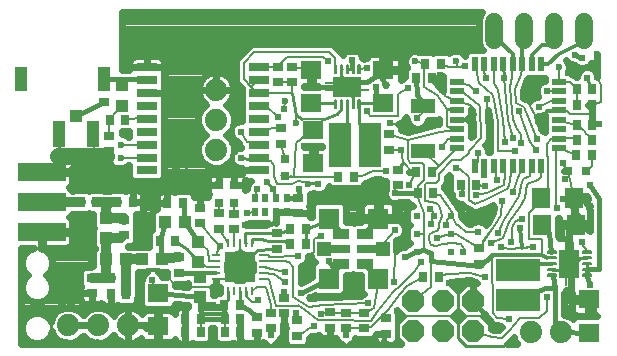
<source format=gtl>
G75*
%MOIN*%
%OFA0B0*%
%FSLAX24Y24*%
%IPPOS*%
%LPD*%
%AMOC8*
5,1,8,0,0,1.08239X$1,22.5*
%
%ADD10R,0.0354X0.0276*%
%ADD11R,0.0276X0.0354*%
%ADD12R,0.0500X0.0220*%
%ADD13R,0.0220X0.0500*%
%ADD14R,0.0709X0.0315*%
%ADD15R,0.0709X0.0276*%
%ADD16R,0.0394X0.0787*%
%ADD17OC8,0.0740*%
%ADD18R,0.0394X0.0433*%
%ADD19R,0.0315X0.0315*%
%ADD20R,0.0413X0.0866*%
%ADD21R,0.0394X0.0413*%
%ADD22C,0.0740*%
%ADD23R,0.0110X0.1496*%
%ADD24R,0.0650X0.0945*%
%ADD25C,0.0055*%
%ADD26R,0.1500X0.0760*%
%ADD27R,0.0709X0.0630*%
%ADD28R,0.0630X0.0709*%
%ADD29R,0.1496X0.0110*%
%ADD30R,0.0945X0.0650*%
%ADD31R,0.0760X0.1500*%
%ADD32R,0.0700X0.0700*%
%ADD33R,0.0450X0.0450*%
%ADD34R,0.0700X0.0280*%
%ADD35R,0.0560X0.0350*%
%ADD36R,0.0787X0.0512*%
%ADD37R,0.0276X0.0098*%
%ADD38R,0.0098X0.0276*%
%ADD39R,0.1024X0.1024*%
%ADD40C,0.0397*%
%ADD41R,0.0433X0.0394*%
%ADD42R,0.1600X0.0600*%
%ADD43R,0.0197X0.0315*%
%ADD44C,0.0236*%
%ADD45R,0.0197X0.0236*%
%ADD46R,0.0236X0.0197*%
%ADD47C,0.0600*%
%ADD48C,0.0240*%
%ADD49C,0.0100*%
%ADD50C,0.0240*%
%ADD51C,0.0080*%
%ADD52C,0.0160*%
%ADD53C,0.0270*%
%ADD54C,0.0120*%
%ADD55C,0.0560*%
%ADD56C,0.0320*%
D10*
X002845Y002179D03*
X002845Y002691D03*
X003925Y004104D03*
X003925Y004616D03*
X005735Y003371D03*
X005735Y002859D03*
X007075Y004329D03*
X007575Y004324D03*
X007575Y004836D03*
X007075Y004841D03*
X006445Y005031D03*
X006445Y004519D03*
X009005Y004171D03*
X009005Y003659D03*
X009725Y004849D03*
X009725Y005361D03*
X012760Y006969D03*
X012760Y007481D03*
X013030Y006291D03*
X013030Y005779D03*
X015755Y003671D03*
X015755Y003159D03*
X012650Y001341D03*
X011910Y001526D03*
X011310Y001526D03*
X010775Y001546D03*
X010775Y001034D03*
X011310Y001014D03*
X011910Y001014D03*
X012650Y000829D03*
X009675Y000759D03*
X009675Y001271D03*
X009255Y001519D03*
X008800Y001516D03*
X008330Y001381D03*
X008800Y001004D03*
X008330Y000869D03*
X009255Y002031D03*
X003405Y006919D03*
X003405Y007431D03*
X003245Y008544D03*
X003245Y009056D03*
X009060Y009214D03*
X009510Y009214D03*
X009510Y009726D03*
X009060Y009726D03*
X009160Y007676D03*
X009160Y007164D03*
D11*
X011054Y006070D03*
X011566Y006070D03*
X013654Y006220D03*
X014166Y006220D03*
X014211Y005525D03*
X013699Y005525D03*
X015134Y005800D03*
X015646Y005800D03*
X018994Y006780D03*
X019506Y006780D03*
X019511Y007285D03*
X018999Y007285D03*
X019004Y007800D03*
X019516Y007800D03*
X019516Y008470D03*
X019004Y008470D03*
X019009Y008985D03*
X019521Y008985D03*
X014466Y009830D03*
X013954Y009830D03*
X014161Y009350D03*
X013649Y009350D03*
X005871Y005185D03*
X005359Y005185D03*
X004201Y005215D03*
X003689Y005215D03*
X002986Y005215D03*
X002474Y005215D03*
X005104Y003925D03*
X005616Y003925D03*
X003981Y002700D03*
X003469Y002700D03*
X003469Y002160D03*
X003981Y002160D03*
X005954Y001330D03*
X006466Y001330D03*
X006466Y000890D03*
X005954Y000890D03*
X007279Y000890D03*
X007791Y000890D03*
X007791Y001330D03*
X007761Y001795D03*
X007249Y001795D03*
X007279Y001330D03*
X009449Y003825D03*
X009961Y003825D03*
X009961Y004315D03*
X009449Y004315D03*
X013894Y002720D03*
X014406Y002720D03*
X003951Y007970D03*
X003439Y007970D03*
D12*
X015020Y007963D03*
X015020Y008277D03*
X015020Y008592D03*
X015020Y008907D03*
X015020Y009222D03*
X015020Y007648D03*
X015020Y007333D03*
X015020Y007018D03*
X018400Y007018D03*
X018400Y007333D03*
X018400Y007648D03*
X018400Y007963D03*
X018400Y008277D03*
X018400Y008592D03*
X018400Y008907D03*
X018400Y009222D03*
D13*
X017812Y009810D03*
X017497Y009810D03*
X017182Y009810D03*
X016867Y009810D03*
X016553Y009810D03*
X016238Y009810D03*
X015923Y009810D03*
X015608Y009810D03*
X015608Y006430D03*
X015923Y006430D03*
X016238Y006430D03*
X016553Y006430D03*
X016867Y006430D03*
X017182Y006430D03*
X017497Y006430D03*
X017812Y006430D03*
D14*
X008409Y006701D03*
X008409Y007134D03*
X008409Y007567D03*
X008409Y008000D03*
X008409Y008433D03*
X008409Y008866D03*
X008409Y009300D03*
X004669Y009300D03*
X004669Y008866D03*
X004669Y008433D03*
X004669Y008000D03*
X004669Y007567D03*
X004669Y007134D03*
X004669Y006701D03*
D15*
X004669Y006288D03*
X008409Y006288D03*
X008409Y009713D03*
X004669Y009713D03*
D16*
X003260Y009320D03*
X000465Y009320D03*
D17*
X013560Y001920D03*
X014560Y001920D03*
X015560Y001920D03*
X015560Y000920D03*
X014560Y000920D03*
X013560Y000920D03*
D18*
X006455Y002040D03*
X006455Y002710D03*
X006365Y003225D03*
X006365Y003895D03*
X003310Y004020D03*
X003310Y004690D03*
X003860Y008435D03*
X003860Y009105D03*
D19*
X009265Y006670D03*
X009265Y006080D03*
X007575Y005790D03*
X007075Y005785D03*
X007075Y005195D03*
X007575Y005200D03*
X018715Y006270D03*
X019305Y006270D03*
D20*
X002891Y007490D03*
X001729Y007490D03*
D21*
X002310Y008091D03*
D22*
X006980Y007960D03*
X006980Y006960D03*
X006980Y008960D03*
X004060Y001110D03*
X003060Y001110D03*
X002060Y001110D03*
X017465Y000880D03*
X018465Y000880D03*
D23*
X018652Y003170D03*
X018868Y003170D03*
D24*
X018760Y003170D03*
D25*
X018319Y003142D02*
X018039Y003142D01*
X018039Y003198D01*
X018319Y003198D01*
X018319Y003142D01*
X018319Y003196D02*
X018039Y003196D01*
X018039Y003339D02*
X018319Y003339D01*
X018039Y003339D02*
X018039Y003395D01*
X018319Y003395D01*
X018319Y003339D01*
X018319Y003393D02*
X018039Y003393D01*
X018039Y003536D02*
X018319Y003536D01*
X018039Y003536D02*
X018039Y003592D01*
X018319Y003592D01*
X018319Y003536D01*
X018319Y003590D02*
X018039Y003590D01*
X018039Y002945D02*
X018319Y002945D01*
X018039Y002945D02*
X018039Y003001D01*
X018319Y003001D01*
X018319Y002945D01*
X018319Y002999D02*
X018039Y002999D01*
X018039Y002748D02*
X018319Y002748D01*
X018039Y002748D02*
X018039Y002804D01*
X018319Y002804D01*
X018319Y002748D01*
X018319Y002802D02*
X018039Y002802D01*
X019201Y002804D02*
X019481Y002804D01*
X019481Y002748D01*
X019201Y002748D01*
X019201Y002804D01*
X019201Y002802D02*
X019481Y002802D01*
X019481Y003001D02*
X019201Y003001D01*
X019481Y003001D02*
X019481Y002945D01*
X019201Y002945D01*
X019201Y003001D01*
X019201Y002999D02*
X019481Y002999D01*
X019481Y003198D02*
X019201Y003198D01*
X019481Y003198D02*
X019481Y003142D01*
X019201Y003142D01*
X019201Y003198D01*
X019201Y003196D02*
X019481Y003196D01*
X019481Y003395D02*
X019201Y003395D01*
X019481Y003395D02*
X019481Y003339D01*
X019201Y003339D01*
X019201Y003395D01*
X019201Y003393D02*
X019481Y003393D01*
X019481Y003592D02*
X019201Y003592D01*
X019481Y003592D02*
X019481Y003536D01*
X019201Y003536D01*
X019201Y003592D01*
X019201Y003590D02*
X019481Y003590D01*
X011782Y008349D02*
X011782Y008629D01*
X011782Y008349D02*
X011726Y008349D01*
X011726Y008629D01*
X011782Y008629D01*
X011782Y008403D02*
X011726Y008403D01*
X011726Y008457D02*
X011782Y008457D01*
X011782Y008511D02*
X011726Y008511D01*
X011726Y008565D02*
X011782Y008565D01*
X011782Y008619D02*
X011726Y008619D01*
X011585Y008629D02*
X011585Y008349D01*
X011529Y008349D01*
X011529Y008629D01*
X011585Y008629D01*
X011585Y008403D02*
X011529Y008403D01*
X011529Y008457D02*
X011585Y008457D01*
X011585Y008511D02*
X011529Y008511D01*
X011529Y008565D02*
X011585Y008565D01*
X011585Y008619D02*
X011529Y008619D01*
X011388Y008629D02*
X011388Y008349D01*
X011332Y008349D01*
X011332Y008629D01*
X011388Y008629D01*
X011388Y008403D02*
X011332Y008403D01*
X011332Y008457D02*
X011388Y008457D01*
X011388Y008511D02*
X011332Y008511D01*
X011332Y008565D02*
X011388Y008565D01*
X011388Y008619D02*
X011332Y008619D01*
X011191Y008629D02*
X011191Y008349D01*
X011135Y008349D01*
X011135Y008629D01*
X011191Y008629D01*
X011191Y008403D02*
X011135Y008403D01*
X011135Y008457D02*
X011191Y008457D01*
X011191Y008511D02*
X011135Y008511D01*
X011135Y008565D02*
X011191Y008565D01*
X011191Y008619D02*
X011135Y008619D01*
X010994Y008629D02*
X010994Y008349D01*
X010938Y008349D01*
X010938Y008629D01*
X010994Y008629D01*
X010994Y008403D02*
X010938Y008403D01*
X010938Y008457D02*
X010994Y008457D01*
X010994Y008511D02*
X010938Y008511D01*
X010938Y008565D02*
X010994Y008565D01*
X010994Y008619D02*
X010938Y008619D01*
X010938Y009511D02*
X010938Y009791D01*
X010994Y009791D01*
X010994Y009511D01*
X010938Y009511D01*
X010938Y009565D02*
X010994Y009565D01*
X010994Y009619D02*
X010938Y009619D01*
X010938Y009673D02*
X010994Y009673D01*
X010994Y009727D02*
X010938Y009727D01*
X010938Y009781D02*
X010994Y009781D01*
X011135Y009791D02*
X011135Y009511D01*
X011135Y009791D02*
X011191Y009791D01*
X011191Y009511D01*
X011135Y009511D01*
X011135Y009565D02*
X011191Y009565D01*
X011191Y009619D02*
X011135Y009619D01*
X011135Y009673D02*
X011191Y009673D01*
X011191Y009727D02*
X011135Y009727D01*
X011135Y009781D02*
X011191Y009781D01*
X011332Y009791D02*
X011332Y009511D01*
X011332Y009791D02*
X011388Y009791D01*
X011388Y009511D01*
X011332Y009511D01*
X011332Y009565D02*
X011388Y009565D01*
X011388Y009619D02*
X011332Y009619D01*
X011332Y009673D02*
X011388Y009673D01*
X011388Y009727D02*
X011332Y009727D01*
X011332Y009781D02*
X011388Y009781D01*
X011529Y009791D02*
X011529Y009511D01*
X011529Y009791D02*
X011585Y009791D01*
X011585Y009511D01*
X011529Y009511D01*
X011529Y009565D02*
X011585Y009565D01*
X011585Y009619D02*
X011529Y009619D01*
X011529Y009673D02*
X011585Y009673D01*
X011585Y009727D02*
X011529Y009727D01*
X011529Y009781D02*
X011585Y009781D01*
X011726Y009791D02*
X011726Y009511D01*
X011726Y009791D02*
X011782Y009791D01*
X011782Y009511D01*
X011726Y009511D01*
X011726Y009565D02*
X011782Y009565D01*
X011782Y009619D02*
X011726Y009619D01*
X011726Y009673D02*
X011782Y009673D01*
X011782Y009727D02*
X011726Y009727D01*
X011726Y009781D02*
X011782Y009781D01*
D26*
X017060Y002970D03*
X017060Y001970D03*
D27*
X019410Y001971D03*
X019410Y000869D03*
X010225Y006534D03*
X010225Y007636D03*
X010160Y008519D03*
X010160Y009621D03*
X012560Y009621D03*
X012560Y008519D03*
X005045Y002176D03*
X005045Y001074D03*
D28*
X017809Y005370D03*
X018911Y005370D03*
X018961Y004470D03*
X017859Y004470D03*
D29*
X011360Y008962D03*
X011360Y009178D03*
D30*
X011360Y009070D03*
D31*
X011110Y007120D03*
X012110Y007120D03*
D32*
X012387Y004670D03*
X010733Y004670D03*
X010733Y002670D03*
X012387Y002670D03*
D33*
X012537Y003670D03*
X010583Y003670D03*
D34*
X011110Y003670D03*
X012010Y003670D03*
D35*
X011960Y003170D03*
X011160Y003170D03*
X011160Y004170D03*
X011960Y004170D03*
D36*
X013881Y006931D03*
X013881Y008427D03*
D37*
X008557Y003449D03*
X008557Y003252D03*
X008557Y003055D03*
X008557Y002858D03*
X008557Y002661D03*
X006983Y002661D03*
X006983Y002858D03*
X006983Y003055D03*
X006983Y003252D03*
X006983Y003449D03*
D38*
X007376Y003842D03*
X007573Y003842D03*
X007770Y003842D03*
X007967Y003842D03*
X008164Y003842D03*
X008164Y002268D03*
X007967Y002268D03*
X007770Y002268D03*
X007573Y002268D03*
X007376Y002268D03*
D39*
X007770Y003055D03*
D40*
X007514Y002799D03*
X008026Y002799D03*
X008026Y003311D03*
X007514Y003311D03*
D41*
X005960Y004565D03*
X005290Y004565D03*
X005190Y003315D03*
X004520Y003315D03*
X003985Y003310D03*
X003315Y003310D03*
D42*
X001170Y004210D03*
X001170Y005210D03*
X001170Y006210D03*
D43*
X008269Y005356D03*
X008623Y005356D03*
X008977Y005356D03*
X009331Y005356D03*
X009331Y004884D03*
X008977Y004884D03*
X008623Y004884D03*
X008269Y004884D03*
D44*
X008665Y005880D03*
X010060Y005815D03*
X009645Y007840D03*
X009285Y008580D03*
X013615Y009905D03*
X014970Y009930D03*
X018405Y009705D03*
X018935Y010135D03*
X019685Y010140D03*
X003820Y007135D03*
X003815Y006700D03*
D45*
X013674Y004751D03*
X013674Y004160D03*
X013674Y003569D03*
X014816Y003569D03*
X014816Y004160D03*
X014816Y004751D03*
D46*
X014245Y004770D03*
D47*
X016260Y010620D02*
X016260Y011220D01*
X017260Y011220D02*
X017260Y010620D01*
X018260Y010620D02*
X018260Y011220D01*
X019260Y011220D02*
X019260Y010620D01*
D48*
X008660Y000490D02*
X000480Y000490D01*
X000480Y003690D01*
X000898Y003690D01*
X000729Y003620D01*
X000590Y003481D01*
X000514Y003299D01*
X000514Y003101D01*
X000590Y002919D01*
X000724Y002785D01*
X000590Y002651D01*
X000514Y002469D01*
X000514Y002271D01*
X000590Y002089D01*
X000729Y001950D01*
X000911Y001874D01*
X001109Y001874D01*
X001291Y001950D01*
X001430Y002089D01*
X001506Y002271D01*
X001506Y002469D01*
X001430Y002651D01*
X001296Y002785D01*
X001430Y002919D01*
X001506Y003101D01*
X001506Y003299D01*
X001430Y003481D01*
X001291Y003620D01*
X001122Y003690D01*
X001140Y003690D01*
X001140Y004180D01*
X001200Y004180D01*
X001200Y004240D01*
X002190Y004240D01*
X002190Y004539D01*
X002175Y004595D01*
X002146Y004645D01*
X002105Y004686D01*
X002075Y004704D01*
X002190Y004819D01*
X002190Y004834D01*
X002229Y004834D01*
X002245Y004818D01*
X002703Y004818D01*
X002730Y004845D01*
X002757Y004818D01*
X002893Y004818D01*
X002893Y004382D01*
X002920Y004355D01*
X002893Y004328D01*
X002893Y003713D01*
X002933Y003673D01*
X002933Y003652D01*
X002879Y003598D01*
X002879Y003071D01*
X002764Y003070D01*
X002715Y003049D01*
X002577Y003049D01*
X002448Y002920D01*
X002448Y002462D01*
X002479Y002430D01*
X002463Y002402D01*
X002448Y002346D01*
X002448Y002179D01*
X002448Y002012D01*
X002463Y001956D01*
X002492Y001906D01*
X002533Y001865D01*
X002583Y001836D01*
X002639Y001821D01*
X002845Y001821D01*
X003051Y001821D01*
X003107Y001836D01*
X003148Y001860D01*
X003155Y001848D01*
X003196Y001807D01*
X003246Y001778D01*
X003302Y001763D01*
X003469Y001763D01*
X003469Y002160D01*
X003469Y002160D01*
X003469Y001763D01*
X003636Y001763D01*
X003692Y001778D01*
X003720Y001794D01*
X003752Y001763D01*
X004210Y001763D01*
X004339Y001892D01*
X004339Y002031D01*
X004361Y002084D01*
X004361Y002699D01*
X004362Y002898D01*
X004667Y002898D01*
X004572Y002803D01*
X004520Y002678D01*
X004520Y002632D01*
X004471Y002582D01*
X004471Y001770D01*
X004600Y001641D01*
X005490Y001641D01*
X005619Y001770D01*
X005619Y001819D01*
X006038Y001779D01*
X006038Y001733D01*
X006044Y001727D01*
X005954Y001727D01*
X005787Y001727D01*
X005731Y001712D01*
X005681Y001683D01*
X005640Y001642D01*
X005611Y001592D01*
X005596Y001536D01*
X005596Y001488D01*
X005575Y001524D01*
X005534Y001565D01*
X005484Y001594D01*
X005428Y001609D01*
X005082Y001609D01*
X005082Y001111D01*
X005008Y001111D01*
X005008Y001609D01*
X004662Y001609D01*
X004606Y001594D01*
X004556Y001565D01*
X004515Y001524D01*
X004502Y001502D01*
X004444Y001560D01*
X004369Y001615D01*
X004286Y001657D01*
X004198Y001685D01*
X004106Y001700D01*
X004060Y001700D01*
X004060Y001110D01*
X004650Y001110D01*
X004650Y001111D01*
X005008Y001111D01*
X005008Y001036D01*
X005082Y001036D01*
X005082Y000539D01*
X005428Y000539D01*
X005484Y000554D01*
X005534Y000583D01*
X005575Y000624D01*
X005601Y000668D01*
X005611Y000628D01*
X005640Y000578D01*
X005681Y000537D01*
X005731Y000508D01*
X005787Y000493D01*
X005954Y000493D01*
X005954Y000890D01*
X005954Y001287D01*
X005954Y001330D01*
X005954Y001330D01*
X005954Y001727D01*
X005954Y001330D01*
X005954Y001330D01*
X005954Y000890D01*
X005954Y000890D01*
X005954Y000890D01*
X005954Y000493D01*
X006121Y000493D01*
X006177Y000508D01*
X006205Y000524D01*
X006237Y000493D01*
X006695Y000493D01*
X006824Y000622D01*
X006824Y001030D01*
X006921Y001030D01*
X006921Y000622D01*
X007050Y000493D01*
X007508Y000493D01*
X007540Y000524D01*
X007568Y000508D01*
X007624Y000493D01*
X007791Y000493D01*
X007958Y000493D01*
X008014Y000508D01*
X008057Y000533D01*
X008068Y000526D01*
X008124Y000511D01*
X008330Y000511D01*
X008536Y000511D01*
X008592Y000526D01*
X008593Y000527D01*
X008607Y000512D01*
X008660Y000490D01*
X008615Y000509D02*
X008015Y000509D01*
X007791Y000509D02*
X007791Y000509D01*
X007791Y000493D02*
X007791Y000890D01*
X007791Y000890D01*
X007791Y000933D01*
X007791Y001330D01*
X007791Y001330D01*
X007791Y000890D01*
X007791Y000890D01*
X007791Y000493D01*
X007567Y000509D02*
X007524Y000509D01*
X007791Y000747D02*
X007791Y000747D01*
X007791Y000986D02*
X007791Y000986D01*
X007791Y001224D02*
X007791Y001224D01*
X008330Y000869D02*
X008330Y000869D01*
X008330Y000511D01*
X008330Y000869D01*
X008330Y000747D02*
X008330Y000747D01*
X008940Y000490D02*
X008993Y000512D01*
X009088Y000607D01*
X009130Y000708D01*
X009197Y000775D01*
X009197Y001161D01*
X009255Y001161D01*
X009278Y001161D01*
X009278Y001042D01*
X009305Y001015D01*
X009278Y000988D01*
X009278Y000530D01*
X009318Y000490D01*
X008940Y000490D01*
X008985Y000509D02*
X009300Y000509D01*
X009278Y000747D02*
X009169Y000747D01*
X009197Y000986D02*
X009278Y000986D01*
X009255Y001161D02*
X009255Y001505D01*
X009255Y001505D01*
X009255Y001161D01*
X009255Y001224D02*
X009255Y001224D01*
X009255Y001463D02*
X009255Y001463D01*
X010117Y002018D02*
X010287Y002105D01*
X010292Y002100D01*
X011174Y002100D01*
X011303Y002229D01*
X011303Y002775D01*
X011531Y002775D01*
X011560Y002804D01*
X011589Y002775D01*
X011817Y002775D01*
X011817Y002229D01*
X011896Y002149D01*
X011857Y002133D01*
X011821Y002097D01*
X010576Y002051D01*
X010565Y002054D01*
X010525Y002049D01*
X010484Y002048D01*
X010474Y002043D01*
X010141Y002004D01*
X010117Y002018D01*
X009801Y002530D02*
X009800Y002530D01*
X009800Y003027D01*
X009804Y003066D01*
X009800Y003077D01*
X009908Y003122D01*
X010003Y003217D01*
X010055Y003342D01*
X010055Y003428D01*
X010138Y003428D01*
X010138Y003354D01*
X010267Y003225D01*
X010277Y003225D01*
X010163Y003111D01*
X010163Y002715D01*
X009801Y002530D01*
X009800Y002655D02*
X010045Y002655D01*
X010163Y002894D02*
X009800Y002894D01*
X009918Y003132D02*
X010184Y003132D01*
X010138Y003371D02*
X010055Y003371D01*
X011303Y002655D02*
X011817Y002655D01*
X011817Y002417D02*
X011303Y002417D01*
X011252Y002178D02*
X011868Y002178D01*
X013016Y001601D02*
X013027Y001618D01*
X013226Y001420D01*
X013047Y001242D01*
X013047Y001570D01*
X013016Y001601D01*
X013047Y001463D02*
X013183Y001463D01*
X012650Y000829D02*
X012319Y000829D01*
X012319Y000829D01*
X012650Y000829D01*
X012650Y000829D01*
X012253Y000731D02*
X012253Y000662D01*
X012268Y000606D01*
X012297Y000556D01*
X012338Y000515D01*
X012381Y000490D01*
X011450Y000490D01*
X011503Y000512D01*
X011598Y000607D01*
X011625Y000673D01*
X011642Y000656D01*
X012178Y000656D01*
X012253Y000731D01*
X012349Y000509D02*
X011495Y000509D01*
X011170Y000490D02*
X010032Y000490D01*
X010072Y000530D01*
X010072Y000691D01*
X010154Y000749D01*
X010177Y000740D01*
X010313Y000740D01*
X010411Y000781D01*
X010422Y000761D01*
X010463Y000720D01*
X010513Y000691D01*
X010569Y000676D01*
X010775Y000676D01*
X010981Y000676D01*
X010992Y000679D01*
X011022Y000607D01*
X011117Y000512D01*
X011170Y000490D01*
X011125Y000509D02*
X010050Y000509D01*
X010151Y000747D02*
X010160Y000747D01*
X010330Y000747D02*
X010436Y000747D01*
X010775Y000747D02*
X010775Y000747D01*
X010775Y000676D02*
X010775Y001015D01*
X010775Y001015D01*
X010775Y000676D01*
X010775Y000986D02*
X010775Y000986D01*
X012919Y000490D02*
X012962Y000515D01*
X013003Y000556D01*
X013032Y000606D01*
X013034Y000612D01*
X013156Y000490D01*
X012919Y000490D01*
X012951Y000509D02*
X013137Y000509D01*
X014894Y001420D02*
X015060Y001586D01*
X015226Y001420D01*
X015060Y001254D01*
X014894Y001420D01*
X014937Y001463D02*
X015183Y001463D01*
X015560Y001920D02*
X015560Y002510D01*
X015679Y002510D01*
X015657Y002532D01*
X015654Y002538D01*
X015412Y002608D01*
X014764Y002565D01*
X014764Y002510D01*
X014804Y002510D01*
X015060Y002254D01*
X015316Y002510D01*
X015560Y002510D01*
X015560Y001920D01*
X015560Y001920D01*
X015560Y001940D02*
X015560Y001940D01*
X015560Y002178D02*
X015560Y002178D01*
X015560Y002417D02*
X015560Y002417D01*
X015222Y002417D02*
X014898Y002417D01*
X015894Y001420D02*
X015950Y001476D01*
X015950Y001468D01*
X015951Y001466D01*
X015951Y001464D01*
X015971Y001419D01*
X015990Y001373D01*
X015991Y001371D01*
X015992Y001369D01*
X016028Y001335D01*
X016164Y001198D01*
X016185Y001171D01*
X016200Y001162D01*
X016213Y001150D01*
X016245Y001136D01*
X016275Y001119D01*
X016292Y001117D01*
X016308Y001110D01*
X016343Y001110D01*
X016488Y001091D01*
X016513Y001066D01*
X016398Y000951D01*
X016240Y000966D01*
X016150Y000996D01*
X016150Y001164D01*
X015894Y001420D01*
X015937Y001463D02*
X015952Y001463D01*
X016090Y001224D02*
X016138Y001224D01*
X016181Y000986D02*
X016433Y000986D01*
X016886Y000703D02*
X016896Y000709D01*
X016899Y000712D01*
X016918Y000654D01*
X016960Y000571D01*
X017015Y000496D01*
X017021Y000490D01*
X016673Y000490D01*
X016700Y000512D01*
X016706Y000524D01*
X016886Y000703D01*
X017006Y000509D02*
X016696Y000509D01*
X018567Y001470D02*
X018569Y002202D01*
X018652Y002202D01*
X018736Y002202D01*
X018760Y002208D01*
X018784Y002202D01*
X018836Y002202D01*
X018836Y002009D01*
X019373Y002009D01*
X019373Y001934D01*
X019447Y001934D01*
X019447Y001436D01*
X019690Y001436D01*
X019690Y001404D01*
X018965Y001404D01*
X018870Y001309D01*
X018799Y001380D01*
X018582Y001470D01*
X018567Y001470D01*
X018600Y001463D02*
X018951Y001463D01*
X018971Y001451D02*
X019027Y001436D01*
X019373Y001436D01*
X019373Y001934D01*
X018836Y001934D01*
X018836Y001627D01*
X018851Y001571D01*
X018880Y001521D01*
X018921Y001480D01*
X018971Y001451D01*
X018836Y001701D02*
X018567Y001701D01*
X018568Y001940D02*
X019373Y001940D01*
X019410Y001971D02*
X018810Y001970D01*
X018810Y002870D01*
X018910Y003170D01*
X018868Y003170D02*
X018953Y003170D01*
X018953Y003170D01*
X018868Y003170D01*
X018802Y003170D01*
X018802Y003170D01*
X018868Y003170D01*
X018868Y003170D01*
X018868Y003170D01*
X018760Y003170D02*
X018760Y004400D01*
X018760Y004470D01*
X018961Y004470D01*
X018924Y004507D02*
X018924Y004433D01*
X018426Y004433D01*
X018426Y004087D01*
X018432Y004065D01*
X018421Y004053D01*
X018405Y004025D01*
X018394Y004110D01*
X018394Y004680D01*
X018426Y004680D01*
X018426Y004507D01*
X018924Y004507D01*
X018924Y005044D01*
X018874Y005044D01*
X018874Y005333D01*
X018949Y005333D01*
X019394Y005333D01*
X019346Y005407D01*
X018949Y005407D01*
X018949Y005333D01*
X018949Y004796D01*
X018999Y004796D01*
X018999Y004507D01*
X019455Y004507D01*
X019455Y004433D01*
X018999Y004433D01*
X018999Y004507D01*
X018924Y004507D01*
X018924Y004563D02*
X018999Y004563D01*
X019175Y004460D02*
X019450Y004245D01*
X019450Y004925D01*
X019425Y005070D01*
X019430Y005075D02*
X019355Y005140D01*
X018949Y005040D02*
X018924Y005040D01*
X018924Y004802D02*
X018949Y004802D01*
X018426Y004563D02*
X018394Y004563D01*
X018394Y004325D02*
X018426Y004325D01*
X018426Y004086D02*
X018397Y004086D01*
X018567Y003170D02*
X018593Y003170D01*
X018652Y003170D01*
X018718Y003170D01*
X018718Y003170D01*
X018652Y003170D01*
X018652Y003170D01*
X018567Y003170D01*
X018567Y003170D01*
X018652Y003170D02*
X018652Y003170D01*
X018652Y002272D02*
X018652Y002272D01*
X018652Y002202D01*
X018652Y002272D01*
X018569Y002178D02*
X018836Y002178D01*
X019373Y001701D02*
X019447Y001701D01*
X019447Y001463D02*
X019373Y001463D01*
X015974Y004457D02*
X015908Y004523D01*
X015783Y004575D01*
X015647Y004575D01*
X015522Y004523D01*
X015494Y004495D01*
X015396Y004495D01*
X015278Y004597D01*
X015267Y004613D01*
X015240Y004630D01*
X015215Y004651D01*
X015196Y004657D01*
X015165Y004677D01*
X015134Y004738D01*
X015134Y004960D01*
X015058Y005036D01*
X015055Y005042D01*
X015035Y005062D01*
X014664Y005595D01*
X014655Y005617D01*
X014635Y005637D01*
X014619Y005661D01*
X014599Y005674D01*
X014582Y005690D01*
X014569Y005696D01*
X014569Y005761D01*
X014630Y005823D01*
X014670Y005918D01*
X014670Y006062D01*
X014728Y006121D01*
X014772Y006077D01*
X014781Y006073D01*
X014776Y006068D01*
X014776Y005532D01*
X014830Y005478D01*
X014830Y005427D01*
X014882Y005302D01*
X014977Y005207D01*
X015102Y005155D01*
X015163Y005155D01*
X015168Y005148D01*
X015175Y005133D01*
X015200Y005107D01*
X015222Y005079D01*
X015236Y005071D01*
X015248Y005060D01*
X015281Y005046D01*
X015463Y004943D01*
X015471Y004934D01*
X015507Y004918D01*
X015542Y004898D01*
X015554Y004897D01*
X015565Y004892D01*
X015605Y004890D01*
X015645Y004886D01*
X015657Y004889D01*
X015669Y004889D01*
X015706Y004903D01*
X015744Y004913D01*
X015754Y004921D01*
X016014Y005019D01*
X016031Y005021D01*
X016062Y005038D01*
X016095Y005050D01*
X016107Y005061D01*
X016200Y005110D01*
X016222Y005057D01*
X016232Y005047D01*
X016219Y004863D01*
X016073Y004586D01*
X015974Y004457D01*
X016056Y004563D02*
X015812Y004563D01*
X015618Y004563D02*
X015317Y004563D01*
X015134Y004802D02*
X016187Y004802D01*
X016231Y005040D02*
X016069Y005040D01*
X015291Y005040D02*
X015056Y005040D01*
X014906Y005279D02*
X014885Y005279D01*
X014791Y005517D02*
X014719Y005517D01*
X014776Y005756D02*
X014569Y005756D01*
X014670Y005994D02*
X014776Y005994D01*
X013650Y006220D02*
X013427Y006220D01*
X013650Y006220D01*
X013650Y006220D01*
X013427Y006220D02*
X013427Y006220D01*
X012633Y005915D02*
X012633Y005631D01*
X012615Y005588D01*
X012615Y005452D01*
X012667Y005327D01*
X012754Y005240D01*
X012442Y005240D01*
X012442Y004725D01*
X012957Y004725D01*
X012957Y005049D01*
X012942Y005105D01*
X012913Y005155D01*
X012888Y005180D01*
X013023Y005180D01*
X013111Y005216D01*
X013388Y005210D01*
X013470Y005128D01*
X013512Y005128D01*
X013529Y005089D01*
X013485Y005089D01*
X013356Y004960D01*
X013356Y004541D01*
X013442Y004455D01*
X013356Y004369D01*
X013356Y003951D01*
X013442Y003865D01*
X013358Y003781D01*
X013268Y003730D01*
X013207Y003730D01*
X013082Y003678D01*
X012987Y003583D01*
X012982Y003571D01*
X012982Y003946D01*
X012989Y003955D01*
X013003Y003955D01*
X013128Y004007D01*
X013223Y004102D01*
X013275Y004227D01*
X013275Y004363D01*
X013223Y004488D01*
X013128Y004583D01*
X013003Y004635D01*
X012867Y004635D01*
X012819Y004615D01*
X012442Y004615D01*
X012442Y004725D01*
X012332Y004725D01*
X012332Y005240D01*
X012008Y005240D01*
X011952Y005225D01*
X011902Y005196D01*
X011861Y005155D01*
X011832Y005105D01*
X011817Y005049D01*
X011817Y004725D01*
X012332Y004725D01*
X012332Y004615D01*
X011817Y004615D01*
X011817Y004565D01*
X011651Y004565D01*
X011595Y004550D01*
X011564Y004532D01*
X011531Y004565D01*
X011303Y004565D01*
X011303Y005111D01*
X011174Y005240D01*
X010292Y005240D01*
X010163Y005111D01*
X010163Y004712D01*
X010122Y004712D01*
X010122Y004849D01*
X009725Y004849D01*
X009725Y004849D01*
X009331Y004884D01*
X009328Y004884D02*
X009328Y004884D01*
X008977Y004884D01*
X008977Y004884D01*
X008977Y004529D01*
X008977Y004529D01*
X008977Y004884D01*
X008977Y004884D01*
X009013Y004884D01*
X009328Y004884D01*
X008977Y004802D02*
X008977Y004802D01*
X008977Y004563D02*
X008977Y004563D01*
X008714Y004506D02*
X008658Y004450D01*
X007972Y004450D01*
X007972Y004500D01*
X008073Y004500D01*
X008088Y004506D01*
X008714Y004506D01*
X009725Y004849D02*
X010122Y004849D01*
X010122Y005016D01*
X010107Y005072D01*
X010091Y005100D01*
X010122Y005132D01*
X010122Y005477D01*
X010127Y005477D01*
X010235Y005521D01*
X010322Y005485D01*
X010458Y005485D01*
X010583Y005537D01*
X010678Y005632D01*
X010730Y005757D01*
X010730Y005768D01*
X010825Y005673D01*
X011283Y005673D01*
X011310Y005700D01*
X011337Y005673D01*
X011795Y005673D01*
X011924Y005802D01*
X011924Y005829D01*
X011943Y005838D01*
X011986Y005857D01*
X011989Y005860D01*
X012273Y005995D01*
X012434Y005995D01*
X012462Y005967D01*
X012587Y005915D01*
X012633Y005915D01*
X012633Y005756D02*
X011877Y005756D01*
X012271Y005994D02*
X012435Y005994D01*
X012615Y005517D02*
X010535Y005517D01*
X010245Y005517D02*
X010224Y005517D01*
X010122Y005279D02*
X012716Y005279D01*
X012957Y005040D02*
X013436Y005040D01*
X013356Y004802D02*
X012957Y004802D01*
X013148Y004563D02*
X013356Y004563D01*
X013356Y004325D02*
X013275Y004325D01*
X013207Y004086D02*
X013356Y004086D01*
X013425Y003848D02*
X012982Y003848D01*
X012982Y003609D02*
X013013Y003609D01*
X011644Y004563D02*
X011533Y004563D01*
X011303Y004802D02*
X011817Y004802D01*
X011817Y005040D02*
X011303Y005040D01*
X012332Y005040D02*
X012442Y005040D01*
X012442Y004802D02*
X012332Y004802D01*
X010743Y005756D02*
X010729Y005756D01*
X010163Y005040D02*
X010116Y005040D01*
X010122Y004802D02*
X010163Y004802D01*
X008139Y005930D02*
X008062Y005853D01*
X008010Y005728D01*
X008010Y005665D01*
X007952Y005607D01*
X007952Y005790D01*
X007575Y005790D01*
X007575Y005790D01*
X007952Y005790D01*
X007952Y005955D01*
X007970Y005945D01*
X008026Y005930D01*
X008139Y005930D01*
X008022Y005756D02*
X007952Y005756D01*
X007575Y005790D02*
X007575Y005790D01*
X007575Y006168D01*
X007389Y006168D01*
X007333Y006153D01*
X007321Y006146D01*
X007317Y006148D01*
X007261Y006163D01*
X007075Y006163D01*
X006889Y006163D01*
X006833Y006148D01*
X006782Y006119D01*
X006741Y006078D01*
X006713Y006028D01*
X006698Y005972D01*
X006698Y005785D01*
X006698Y005599D01*
X006713Y005543D01*
X006741Y005493D01*
X006744Y005490D01*
X006698Y005443D01*
X006698Y005376D01*
X006651Y005389D01*
X006445Y005389D01*
X006239Y005389D01*
X006229Y005386D01*
X006229Y005453D01*
X006100Y005582D01*
X005642Y005582D01*
X005610Y005551D01*
X005582Y005567D01*
X005526Y005582D01*
X005359Y005582D01*
X005192Y005582D01*
X005136Y005567D01*
X005086Y005538D01*
X005045Y005497D01*
X005016Y005447D01*
X005001Y005391D01*
X005001Y005185D01*
X005001Y004982D01*
X004983Y004982D01*
X004854Y004853D01*
X004854Y004301D01*
X004746Y004193D01*
X004746Y003732D01*
X004213Y003732D01*
X004208Y003727D01*
X004035Y003727D01*
X004054Y003746D01*
X004193Y003746D01*
X004322Y003875D01*
X004322Y004333D01*
X004295Y004360D01*
X004322Y004387D01*
X004322Y004818D01*
X004368Y004818D01*
X004424Y004833D01*
X004474Y004862D01*
X004515Y004903D01*
X004544Y004953D01*
X004559Y005009D01*
X004559Y005215D01*
X004559Y005421D01*
X004544Y005477D01*
X004515Y005527D01*
X004474Y005568D01*
X004424Y005597D01*
X004368Y005612D01*
X004201Y005612D01*
X004201Y005215D01*
X004559Y005215D01*
X004201Y005215D01*
X004201Y005215D01*
X004201Y005215D01*
X004201Y005612D01*
X004034Y005612D01*
X003978Y005597D01*
X003950Y005581D01*
X003918Y005612D01*
X003460Y005612D01*
X003443Y005595D01*
X003232Y005595D01*
X003215Y005612D01*
X002757Y005612D01*
X002730Y005585D01*
X002703Y005612D01*
X002245Y005612D01*
X002227Y005594D01*
X002190Y005594D01*
X002190Y005601D01*
X002075Y005716D01*
X002105Y005734D01*
X002146Y005775D01*
X002175Y005825D01*
X002190Y005881D01*
X002190Y006180D01*
X001200Y006180D01*
X001200Y006240D01*
X002190Y006240D01*
X002190Y006370D01*
X003728Y006370D01*
X003748Y006362D01*
X003882Y006362D01*
X004007Y006413D01*
X004033Y006440D01*
X004094Y006440D01*
X004094Y006059D01*
X004223Y005930D01*
X005114Y005930D01*
X005243Y006059D01*
X005243Y008866D01*
X004669Y008866D01*
X004669Y008866D01*
X005243Y008866D01*
X005243Y009713D01*
X005243Y009880D01*
X005228Y009936D01*
X005199Y009986D01*
X005158Y010027D01*
X005108Y010056D01*
X005052Y010071D01*
X004669Y010071D01*
X004669Y009713D01*
X005243Y009713D01*
X004669Y009713D01*
X004669Y009713D01*
X004669Y009713D01*
X004669Y010071D01*
X004285Y010071D01*
X004229Y010056D01*
X004179Y010027D01*
X004138Y009986D01*
X004109Y009936D01*
X004094Y009880D01*
X004094Y009713D01*
X004669Y009713D01*
X004669Y009713D01*
X004094Y009713D01*
X004094Y009620D01*
X003860Y009620D01*
X003860Y011550D01*
X015855Y011550D01*
X015819Y011515D01*
X015740Y011323D01*
X015740Y010517D01*
X015819Y010325D01*
X015865Y010280D01*
X015407Y010280D01*
X015278Y010151D01*
X015278Y010085D01*
X015272Y010085D01*
X015257Y010122D01*
X015162Y010217D01*
X015037Y010268D01*
X014903Y010268D01*
X014778Y010217D01*
X014742Y010180D01*
X014695Y010227D01*
X014237Y010227D01*
X014210Y010200D01*
X014183Y010227D01*
X013725Y010227D01*
X013724Y010226D01*
X013682Y010243D01*
X013548Y010243D01*
X013423Y010192D01*
X013328Y010097D01*
X013277Y009972D01*
X013277Y009838D01*
X013328Y009713D01*
X013357Y009684D01*
X013291Y009618D01*
X013291Y009372D01*
X013172Y009323D01*
X013134Y009285D01*
X013134Y009584D01*
X012597Y009584D01*
X012597Y009659D01*
X012523Y009659D01*
X012523Y010156D01*
X012177Y010156D01*
X012121Y010141D01*
X012071Y010112D01*
X012030Y010071D01*
X012001Y010021D01*
X011999Y010015D01*
X011952Y010015D01*
X011919Y010001D01*
X011844Y010033D01*
X011798Y010143D01*
X011703Y010238D01*
X011578Y010290D01*
X011442Y010290D01*
X011317Y010238D01*
X011222Y010143D01*
X011206Y010105D01*
X011180Y010167D01*
X010980Y010367D01*
X010907Y010440D01*
X010812Y010480D01*
X008208Y010480D01*
X008113Y010440D01*
X007763Y010090D01*
X007690Y010017D01*
X007650Y009922D01*
X007650Y009268D01*
X007690Y009173D01*
X007834Y009028D01*
X007834Y007910D01*
X007742Y007910D01*
X007617Y007858D01*
X007548Y007788D01*
X007570Y007843D01*
X007570Y008077D01*
X007480Y008294D01*
X007314Y008460D01*
X007302Y008465D01*
X007364Y008510D01*
X007430Y008576D01*
X007485Y008651D01*
X007527Y008734D01*
X007555Y008822D01*
X007570Y008914D01*
X007570Y008960D01*
X007570Y009006D01*
X007555Y009098D01*
X007527Y009186D01*
X007485Y009269D01*
X007430Y009344D01*
X007364Y009410D01*
X007289Y009465D01*
X007206Y009507D01*
X007118Y009535D01*
X007026Y009550D01*
X006980Y009550D01*
X006980Y008960D01*
X007570Y008960D01*
X006980Y008960D01*
X006980Y008960D01*
X006980Y008960D01*
X006980Y008960D01*
X006390Y008960D01*
X006390Y009006D01*
X006405Y009098D01*
X006433Y009186D01*
X006475Y009269D01*
X006530Y009344D01*
X006596Y009410D01*
X006671Y009465D01*
X006754Y009507D01*
X006842Y009535D01*
X006934Y009550D01*
X006980Y009550D01*
X006980Y008960D01*
X006390Y008960D01*
X006390Y008914D01*
X006405Y008822D01*
X006433Y008734D01*
X006475Y008651D01*
X006530Y008576D01*
X006596Y008510D01*
X006658Y008465D01*
X006646Y008460D01*
X006480Y008294D01*
X006390Y008077D01*
X006390Y007843D01*
X006480Y007626D01*
X006646Y007460D01*
X006480Y007294D01*
X006390Y007077D01*
X006390Y006843D01*
X006480Y006626D01*
X006646Y006460D01*
X006863Y006370D01*
X007097Y006370D01*
X007314Y006460D01*
X007477Y006623D01*
X007527Y006502D01*
X007622Y006407D01*
X007747Y006355D01*
X007834Y006355D01*
X007834Y006288D01*
X008409Y006288D01*
X008409Y006288D01*
X007834Y006288D01*
X007834Y006143D01*
X007817Y006153D01*
X007761Y006168D01*
X007575Y006168D01*
X007575Y005790D01*
X007575Y005994D02*
X007575Y005994D01*
X007834Y006233D02*
X005243Y006233D01*
X005243Y006471D02*
X006635Y006471D01*
X006445Y006710D02*
X005243Y006710D01*
X005243Y006948D02*
X006390Y006948D01*
X006435Y007187D02*
X005243Y007187D01*
X005243Y007425D02*
X006611Y007425D01*
X006464Y007664D02*
X005243Y007664D01*
X005243Y007902D02*
X006390Y007902D01*
X006416Y008141D02*
X005243Y008141D01*
X005243Y008379D02*
X006565Y008379D01*
X006500Y008618D02*
X005243Y008618D01*
X005243Y008856D02*
X006399Y008856D01*
X006404Y009095D02*
X005243Y009095D01*
X005243Y009333D02*
X006522Y009333D01*
X006980Y009333D02*
X006980Y009333D01*
X006980Y009095D02*
X006980Y009095D01*
X007438Y009333D02*
X007650Y009333D01*
X007650Y009572D02*
X005243Y009572D01*
X005243Y009810D02*
X007650Y009810D01*
X007721Y010049D02*
X005120Y010049D01*
X004669Y010049D02*
X004669Y010049D01*
X004669Y009810D02*
X004669Y009810D01*
X004217Y010049D02*
X003860Y010049D01*
X003860Y010287D02*
X007959Y010287D01*
X007768Y009095D02*
X007556Y009095D01*
X007561Y008856D02*
X007834Y008856D01*
X007834Y008618D02*
X007460Y008618D01*
X007395Y008379D02*
X007834Y008379D01*
X007834Y008141D02*
X007544Y008141D01*
X007570Y007902D02*
X007723Y007902D01*
X007470Y007616D02*
X007470Y007502D01*
X007522Y007377D01*
X007617Y007282D01*
X007693Y007250D01*
X007783Y007092D01*
X007808Y007049D01*
X007809Y007048D01*
X007810Y007046D01*
X007824Y007035D01*
X007747Y007035D01*
X007622Y006983D01*
X007570Y006931D01*
X007570Y007077D01*
X007480Y007294D01*
X007314Y007460D01*
X007470Y007616D01*
X007502Y007425D02*
X007349Y007425D01*
X007525Y007187D02*
X007730Y007187D01*
X007587Y006948D02*
X007570Y006948D01*
X007558Y006471D02*
X007325Y006471D01*
X007075Y006163D02*
X007075Y005785D01*
X006698Y005785D01*
X007075Y005785D01*
X007075Y005785D01*
X007075Y006163D01*
X007075Y005994D02*
X007075Y005994D01*
X007075Y005785D02*
X007075Y005785D01*
X006698Y005756D02*
X002127Y005756D01*
X002190Y005994D02*
X004159Y005994D01*
X004094Y006233D02*
X001200Y006233D01*
X002173Y004802D02*
X002893Y004802D01*
X002893Y004563D02*
X002184Y004563D01*
X002190Y004325D02*
X002893Y004325D01*
X002893Y004086D02*
X002190Y004086D01*
X002190Y004180D02*
X001200Y004180D01*
X001200Y003690D01*
X001999Y003690D01*
X002055Y003705D01*
X002105Y003734D01*
X002146Y003775D01*
X002175Y003825D01*
X002190Y003881D01*
X002190Y004180D01*
X002181Y003848D02*
X002893Y003848D01*
X002890Y003609D02*
X001302Y003609D01*
X001200Y003848D02*
X001140Y003848D01*
X001140Y004086D02*
X001200Y004086D01*
X000718Y003609D02*
X000480Y003609D01*
X000480Y003371D02*
X000544Y003371D01*
X000514Y003132D02*
X000480Y003132D01*
X000480Y002894D02*
X000616Y002894D01*
X000594Y002655D02*
X000480Y002655D01*
X000480Y002417D02*
X000514Y002417D01*
X000480Y002178D02*
X000553Y002178D01*
X000480Y001940D02*
X000754Y001940D01*
X000480Y001701D02*
X004540Y001701D01*
X004471Y001940D02*
X004339Y001940D01*
X004361Y002178D02*
X004471Y002178D01*
X004471Y002417D02*
X004361Y002417D01*
X004361Y002655D02*
X004520Y002655D01*
X004663Y002894D02*
X004362Y002894D01*
X005053Y002898D02*
X005338Y002898D01*
X005338Y002711D01*
X005186Y002711D01*
X005148Y002803D01*
X005053Y002898D01*
X005057Y002894D02*
X005338Y002894D01*
X006003Y002501D02*
X006038Y002536D01*
X006038Y002402D01*
X006060Y002380D01*
X005619Y002422D01*
X005619Y002501D01*
X006003Y002501D01*
X006038Y002417D02*
X005679Y002417D01*
X006845Y002375D02*
X006862Y002392D01*
X006983Y002392D01*
X007098Y002392D01*
X007107Y002383D01*
X007107Y002324D01*
X007107Y002322D01*
X007106Y002192D01*
X007020Y002192D01*
X006954Y002126D01*
X006933Y002135D01*
X006872Y002135D01*
X006872Y002348D01*
X006845Y002375D01*
X006983Y002392D02*
X006983Y002578D01*
X006983Y002392D01*
X006983Y002417D02*
X006983Y002417D01*
X006983Y002578D02*
X006983Y002578D01*
X007006Y002178D02*
X006872Y002178D01*
X007650Y002625D02*
X007650Y002935D01*
X007340Y002935D01*
X007340Y003175D01*
X007650Y003175D01*
X007650Y003485D01*
X007696Y003485D01*
X007770Y003485D01*
X007890Y003485D01*
X007890Y003175D01*
X008200Y003175D01*
X008200Y002935D01*
X007890Y002935D01*
X007890Y003175D01*
X007650Y003175D01*
X007650Y002935D01*
X007890Y002935D01*
X007890Y002625D01*
X007650Y002625D01*
X007650Y002655D02*
X007890Y002655D01*
X007890Y002894D02*
X007650Y002894D01*
X007650Y003132D02*
X007340Y003132D01*
X007650Y003371D02*
X007890Y003371D01*
X007770Y003485D02*
X007770Y003541D01*
X007770Y003541D01*
X007770Y003485D01*
X007770Y003541D02*
X007770Y003541D01*
X007890Y003132D02*
X008200Y003132D01*
X005954Y001701D02*
X005954Y001701D01*
X005712Y001701D02*
X005550Y001701D01*
X005954Y001463D02*
X005954Y001463D01*
X005954Y001224D02*
X005954Y001224D01*
X005954Y000986D02*
X005954Y000986D01*
X005954Y000747D02*
X005954Y000747D01*
X005954Y000509D02*
X005954Y000509D01*
X005730Y000509D02*
X000480Y000509D01*
X000590Y000739D02*
X000729Y000600D01*
X000911Y000524D01*
X001109Y000524D01*
X001291Y000600D01*
X001430Y000739D01*
X001503Y000914D01*
X001560Y000776D01*
X001726Y000610D01*
X001943Y000520D01*
X002177Y000520D01*
X002394Y000610D01*
X002554Y000770D01*
X002566Y000770D01*
X002726Y000610D01*
X002943Y000520D01*
X003177Y000520D01*
X003394Y000610D01*
X003560Y000776D01*
X003565Y000788D01*
X003610Y000726D01*
X003676Y000660D01*
X003751Y000605D01*
X003834Y000563D01*
X003922Y000535D01*
X004014Y000520D01*
X004060Y000520D01*
X004106Y000520D01*
X004198Y000535D01*
X004286Y000563D01*
X004369Y000605D01*
X004444Y000660D01*
X004480Y000696D01*
X004486Y000674D01*
X004515Y000624D01*
X004556Y000583D01*
X004606Y000554D01*
X004662Y000539D01*
X005008Y000539D01*
X005008Y001036D01*
X004646Y001036D01*
X004650Y001064D01*
X004650Y001110D01*
X004060Y001110D01*
X004060Y001110D01*
X004060Y001110D01*
X004060Y000520D01*
X004060Y001110D01*
X004060Y001110D01*
X004060Y001700D01*
X004014Y001700D01*
X003922Y001685D01*
X003834Y001657D01*
X003751Y001615D01*
X003676Y001560D01*
X003610Y001494D01*
X003565Y001432D01*
X003560Y001444D01*
X003394Y001610D01*
X003177Y001700D01*
X002943Y001700D01*
X002726Y001610D01*
X002566Y001450D01*
X002554Y001450D01*
X002394Y001610D01*
X002177Y001700D01*
X001943Y001700D01*
X001726Y001610D01*
X001560Y001444D01*
X001470Y001227D01*
X001470Y001204D01*
X001430Y001301D01*
X001291Y001440D01*
X001109Y001516D01*
X000911Y001516D01*
X000729Y001440D01*
X000590Y001301D01*
X000514Y001119D01*
X000514Y000921D01*
X000590Y000739D01*
X000587Y000747D02*
X000480Y000747D01*
X000480Y000986D02*
X000514Y000986D01*
X000480Y001224D02*
X000558Y001224D01*
X000480Y001463D02*
X000783Y001463D01*
X001237Y001463D02*
X001578Y001463D01*
X001470Y001224D02*
X001462Y001224D01*
X002060Y001110D02*
X003060Y001110D01*
X002589Y000747D02*
X002531Y000747D01*
X001589Y000747D02*
X001433Y000747D01*
X002542Y001463D02*
X002578Y001463D01*
X002845Y001821D02*
X002845Y002179D01*
X002845Y001821D01*
X002845Y001940D02*
X002845Y001940D01*
X002845Y002178D02*
X002845Y002178D01*
X002845Y002179D02*
X002845Y002179D01*
X002448Y002179D01*
X002845Y002179D01*
X002845Y002179D01*
X002448Y002178D02*
X001467Y002178D01*
X001506Y002417D02*
X002471Y002417D01*
X002448Y002655D02*
X001426Y002655D01*
X001404Y002894D02*
X002448Y002894D01*
X002879Y003132D02*
X001506Y003132D01*
X001476Y003371D02*
X002879Y003371D01*
X004294Y003848D02*
X004746Y003848D01*
X004746Y004086D02*
X004322Y004086D01*
X004322Y004325D02*
X004854Y004325D01*
X004854Y004563D02*
X004322Y004563D01*
X004322Y004802D02*
X004854Y004802D01*
X005001Y005040D02*
X004559Y005040D01*
X004559Y005279D02*
X005001Y005279D01*
X005001Y005185D02*
X005359Y005185D01*
X005001Y005185D01*
X005359Y005185D02*
X005359Y005185D01*
X005359Y005582D01*
X005359Y005185D01*
X005359Y005185D01*
X005359Y005279D02*
X005359Y005279D01*
X005359Y005517D02*
X005359Y005517D01*
X005065Y005517D02*
X004521Y005517D01*
X004201Y005517D02*
X004201Y005517D01*
X004201Y005279D02*
X004201Y005279D01*
X005178Y005994D02*
X006703Y005994D01*
X006727Y005517D02*
X006165Y005517D01*
X006445Y005389D02*
X006445Y005031D01*
X006445Y005031D01*
X006445Y005389D01*
X006440Y005350D02*
X006445Y005031D01*
X006445Y005040D02*
X006445Y005040D01*
X006445Y005279D02*
X006445Y005279D01*
X004094Y007395D02*
X004038Y007395D01*
X004012Y007422D01*
X003887Y007473D01*
X003860Y007473D01*
X003860Y007573D01*
X004094Y007573D01*
X004094Y007395D01*
X004094Y007425D02*
X004003Y007425D01*
X004094Y009810D02*
X003860Y009810D01*
X003860Y010526D02*
X015740Y010526D01*
X015740Y010764D02*
X003860Y010764D01*
X003860Y011003D02*
X015740Y011003D01*
X015740Y011241D02*
X003860Y011241D01*
X003860Y011480D02*
X015805Y011480D01*
X015858Y010287D02*
X011585Y010287D01*
X011435Y010287D02*
X011061Y010287D01*
X011837Y010049D02*
X012017Y010049D01*
X012523Y010049D02*
X012597Y010049D01*
X012597Y010156D02*
X012597Y009659D01*
X013134Y009659D01*
X013134Y009965D01*
X013119Y010021D01*
X013090Y010071D01*
X013049Y010112D01*
X012999Y010141D01*
X012943Y010156D01*
X012597Y010156D01*
X013103Y010049D02*
X013308Y010049D01*
X013288Y009810D02*
X013134Y009810D01*
X013134Y009572D02*
X013291Y009572D01*
X013196Y009333D02*
X013134Y009333D01*
X012597Y009810D02*
X012523Y009810D01*
X011360Y009263D02*
X011360Y009178D01*
X011360Y009112D01*
X011360Y009112D01*
X011360Y009178D01*
X011360Y009178D01*
X011360Y009263D01*
X011360Y009263D01*
X011360Y009178D02*
X011360Y009178D01*
X011360Y009028D02*
X011360Y008962D01*
X011360Y009028D01*
X011360Y009028D01*
X011360Y008962D02*
X011360Y008962D01*
X011360Y008877D01*
X011360Y008903D01*
X011360Y008962D01*
X011360Y008962D01*
X011360Y008877D02*
X011360Y008877D01*
X010398Y009070D02*
X010394Y009054D01*
X009907Y009054D01*
X009907Y009086D01*
X010123Y009086D01*
X010123Y009584D01*
X010197Y009584D01*
X010197Y009086D01*
X010394Y009086D01*
X010398Y009070D01*
X010197Y009095D02*
X010123Y009095D01*
X010123Y009333D02*
X010197Y009333D01*
X010197Y009572D02*
X010123Y009572D01*
X013032Y007835D02*
X013157Y007710D01*
X013157Y007632D01*
X013383Y007569D01*
X014352Y007815D01*
X014371Y007824D01*
X014401Y007827D01*
X014409Y007829D01*
X014408Y007994D01*
X014365Y007952D01*
X014030Y007952D01*
X014030Y007937D01*
X013978Y007812D01*
X013883Y007717D01*
X013758Y007665D01*
X013622Y007665D01*
X013497Y007717D01*
X013402Y007812D01*
X013350Y007937D01*
X013350Y007997D01*
X013300Y008047D01*
X013300Y008043D01*
X013260Y007948D01*
X013187Y007875D01*
X013092Y007835D01*
X013032Y007835D01*
X013215Y007902D02*
X013365Y007902D01*
X013157Y007664D02*
X013756Y007664D01*
X014015Y007902D02*
X014409Y007902D01*
X015376Y007963D02*
X015376Y007963D01*
X015490Y007963D01*
X015490Y008323D01*
X015524Y008294D01*
X015552Y007445D01*
X015490Y007381D01*
X015490Y007534D01*
X015490Y007849D01*
X015490Y007963D01*
X015376Y007963D01*
X015376Y007963D01*
X015490Y007902D02*
X015537Y007902D01*
X015544Y007664D02*
X015490Y007664D01*
X015490Y007425D02*
X015532Y007425D01*
X015951Y007110D02*
X015968Y007129D01*
X015969Y007130D01*
X016004Y007166D01*
X016039Y007203D01*
X016039Y007204D01*
X016040Y007205D01*
X016058Y007252D01*
X016076Y007300D01*
X016076Y007301D01*
X016077Y007302D01*
X016075Y007352D01*
X016074Y007403D01*
X016073Y007404D01*
X016044Y008303D01*
X016115Y007874D01*
X016115Y006932D01*
X016114Y006900D01*
X016050Y006900D01*
X016050Y006938D01*
X015998Y007063D01*
X015951Y007110D01*
X016023Y007187D02*
X016115Y007187D01*
X016115Y007425D02*
X016073Y007425D01*
X016065Y007664D02*
X016115Y007664D01*
X016110Y007902D02*
X016057Y007902D01*
X016049Y008141D02*
X016071Y008141D01*
X015529Y008141D02*
X015490Y008141D01*
X014550Y008932D02*
X014546Y008937D01*
X014520Y008975D01*
X014515Y008978D01*
X014511Y008983D01*
X014472Y009006D01*
X014454Y009017D01*
X014475Y009038D01*
X014504Y009088D01*
X014519Y009144D01*
X014519Y009350D01*
X014519Y009433D01*
X014559Y009433D01*
X014550Y009423D01*
X014550Y008932D01*
X014525Y008950D02*
X014161Y009350D01*
X014165Y009350D02*
X014519Y009350D01*
X014165Y009350D01*
X014165Y009350D01*
X014519Y009333D02*
X014550Y009333D01*
X014550Y009095D02*
X014505Y009095D01*
X017205Y008958D02*
X017359Y009324D01*
X017370Y009340D01*
X017930Y009340D01*
X017930Y009253D01*
X017822Y009208D01*
X017727Y009113D01*
X017675Y008988D01*
X017675Y008852D01*
X017726Y008730D01*
X017667Y008730D01*
X017542Y008678D01*
X017447Y008583D01*
X017445Y008578D01*
X017413Y008613D01*
X017410Y008614D01*
X017408Y008616D01*
X017364Y008636D01*
X017226Y008701D01*
X017205Y008958D01*
X017213Y008856D02*
X017675Y008856D01*
X017719Y009095D02*
X017262Y009095D01*
X017365Y009333D02*
X017930Y009333D01*
X018708Y009552D02*
X018743Y009638D01*
X018743Y009772D01*
X018692Y009897D01*
X018628Y009960D01*
X018639Y009965D01*
X018648Y009943D01*
X018743Y009848D01*
X018868Y009797D01*
X018932Y009797D01*
X018997Y009732D01*
X019122Y009680D01*
X019222Y009680D01*
X019157Y009653D01*
X019062Y009558D01*
X019010Y009433D01*
X019010Y009382D01*
X018980Y009382D01*
X018919Y009443D01*
X018823Y009482D01*
X018811Y009482D01*
X018741Y009552D01*
X018708Y009552D01*
X018716Y009572D02*
X019076Y009572D01*
X019318Y009705D02*
X019383Y009732D01*
X019478Y009827D01*
X019493Y009862D01*
X019525Y009840D01*
X019586Y009815D01*
X019652Y009802D01*
X019685Y009802D01*
X019690Y009802D01*
X019690Y009382D01*
X019690Y009433D01*
X019638Y009558D01*
X019543Y009653D01*
X019418Y009705D01*
X019318Y009705D01*
X019461Y009810D02*
X019611Y009810D01*
X019685Y009810D02*
X019685Y009810D01*
X019685Y009802D02*
X019685Y010140D01*
X019685Y010140D01*
X019685Y009802D01*
X019690Y009572D02*
X019624Y009572D01*
X019690Y009382D02*
X019690Y009382D01*
X019685Y010049D02*
X019685Y010049D01*
X018836Y009810D02*
X018727Y009810D01*
X017482Y008618D02*
X017406Y008618D01*
X017668Y008050D02*
X017803Y008050D01*
X017928Y008102D01*
X017930Y008104D01*
X017930Y007761D01*
X017930Y007546D01*
X017858Y007618D01*
X017828Y007630D01*
X017668Y008050D01*
X017724Y007902D02*
X017930Y007902D01*
X017930Y007664D02*
X017816Y007664D01*
X019362Y008470D02*
X019516Y008470D01*
X019516Y008197D01*
X019516Y007800D01*
X019516Y007800D01*
X019516Y008470D01*
X019516Y008470D01*
X019516Y008470D01*
X019362Y008470D01*
X019362Y008470D01*
X019516Y008379D02*
X019516Y008379D01*
X019516Y008141D02*
X019516Y008141D01*
X019516Y007902D02*
X019516Y007902D01*
X018715Y006270D02*
X018570Y006270D01*
X018570Y006270D01*
X018715Y006270D01*
X018715Y006270D01*
X018874Y005279D02*
X018949Y005279D01*
X016115Y006948D02*
X016046Y006948D01*
X010510Y007069D02*
X010262Y007069D01*
X010262Y006571D01*
X010188Y006571D01*
X010188Y007069D01*
X009914Y007069D01*
X009956Y007101D01*
X010510Y007101D01*
X010510Y007069D01*
X010262Y006948D02*
X010188Y006948D01*
X010188Y006710D02*
X010262Y006710D01*
X003469Y001940D02*
X003469Y001940D01*
X003542Y001463D02*
X003587Y001463D01*
X004060Y001463D02*
X004060Y001463D01*
X004060Y001224D02*
X004060Y001224D01*
X004060Y000986D02*
X004060Y000986D01*
X004060Y000747D02*
X004060Y000747D01*
X003594Y000747D02*
X003531Y000747D01*
X005008Y000747D02*
X005082Y000747D01*
X005082Y000986D02*
X005008Y000986D01*
X005008Y001224D02*
X005082Y001224D01*
X005082Y001463D02*
X005008Y001463D01*
X006178Y000509D02*
X006221Y000509D01*
X006710Y000509D02*
X007035Y000509D01*
X006921Y000747D02*
X006824Y000747D01*
X006824Y000986D02*
X006921Y000986D01*
X002473Y001940D02*
X001266Y001940D01*
D49*
X001490Y001395D02*
X001490Y000780D01*
X005616Y003925D02*
X005995Y003650D01*
X006365Y003225D01*
X007775Y003055D02*
X008245Y003520D01*
X008370Y003635D01*
X008820Y003670D01*
X008954Y003710D01*
X009005Y003659D01*
X009239Y003910D02*
X008750Y003910D01*
X008574Y003964D01*
X008560Y003950D01*
X008574Y003964D02*
X008520Y003980D01*
X008165Y003980D01*
X008165Y003842D01*
X008164Y003842D01*
X007967Y003842D02*
X007960Y003849D01*
X007960Y004180D01*
X009010Y004180D01*
X009005Y004175D01*
X009005Y004171D01*
X009010Y004180D02*
X009100Y004180D01*
X009449Y004315D01*
X009239Y003910D02*
X009449Y003825D01*
X009961Y003825D02*
X009961Y004315D01*
X010461Y004510D01*
X010450Y004470D01*
X010650Y004670D01*
X010733Y004670D01*
X011160Y004243D01*
X011160Y004170D01*
X011160Y004165D01*
X010733Y004592D01*
X010733Y004670D01*
X010750Y004670D01*
X010745Y004665D01*
X010745Y004675D01*
X011160Y004260D01*
X011160Y004170D01*
X010735Y004655D02*
X010745Y004665D01*
X010735Y004655D02*
X010730Y004655D01*
X010140Y004825D02*
X010130Y004845D01*
X008977Y004837D02*
X008977Y004884D01*
X008977Y004837D02*
X008970Y004830D01*
X008970Y004565D01*
X008977Y005356D02*
X008870Y005650D01*
X008665Y005880D01*
X008630Y006255D02*
X007825Y006280D01*
X007815Y006695D02*
X008110Y006670D01*
X009650Y008125D02*
X009850Y007990D01*
X009650Y008125D02*
X009655Y008134D01*
X009505Y008870D01*
X010160Y008520D02*
X010960Y008520D01*
X011160Y008320D02*
X011010Y008160D01*
X010590Y007990D01*
X011360Y007815D02*
X011360Y008489D01*
X011557Y008489D02*
X011560Y008520D01*
X011560Y008720D01*
X011360Y008920D01*
X011360Y009070D01*
X011360Y009220D01*
X011160Y009420D01*
X011160Y009620D01*
X011163Y009651D01*
X011160Y009670D01*
X011360Y009670D02*
X011360Y009651D01*
X011360Y009670D02*
X011510Y009670D01*
X011557Y009651D01*
X011510Y009720D01*
X013210Y009920D02*
X013310Y009984D01*
X012560Y008520D02*
X012310Y008520D01*
X012560Y008519D01*
X012560Y008520D01*
X012310Y008520D02*
X011760Y008520D01*
X011754Y008489D01*
X011760Y007820D01*
X015020Y007970D02*
X015020Y007963D01*
X015020Y007970D02*
X015230Y007970D01*
X015540Y008280D01*
X015572Y008302D01*
X016565Y009365D02*
X016530Y009830D01*
X016240Y009810D02*
X016238Y009810D01*
X019350Y009365D02*
X019420Y009175D01*
X019521Y008985D01*
X019510Y008920D01*
X015185Y005774D02*
X015134Y005800D01*
X015185Y005774D02*
X015170Y005495D01*
X012387Y004670D02*
X012360Y004670D01*
X011960Y004270D01*
X011960Y004170D01*
X010150Y003485D02*
X010150Y003365D01*
X009830Y003030D01*
X007967Y002268D02*
X007967Y002088D01*
X007770Y001985D02*
X007770Y002268D01*
X007376Y002268D02*
X007375Y001950D01*
X009285Y000515D02*
X009440Y000420D01*
X010230Y000425D01*
X015060Y000685D02*
X015060Y001420D01*
X015060Y002175D01*
X015395Y002615D01*
X018179Y002776D02*
X018210Y002770D01*
X018210Y002970D02*
X018179Y002973D01*
X018210Y002970D02*
X018410Y002970D01*
X018610Y003170D01*
X018760Y003170D01*
X018910Y003170D01*
X019110Y003370D01*
X019310Y003370D01*
X019341Y003367D01*
X019360Y003370D01*
X019360Y003170D02*
X019341Y003170D01*
X019360Y003170D02*
X019360Y003020D01*
X019341Y002973D01*
X019360Y002970D01*
X019360Y002820D01*
X019341Y002776D01*
X019410Y001971D02*
X019410Y001970D01*
X019610Y001770D01*
X019610Y001470D01*
X019410Y000870D02*
X019410Y000869D01*
X016770Y000535D02*
X016765Y000535D01*
X016770Y000535D02*
X016530Y000425D01*
X015320Y000425D01*
X015060Y000685D01*
X010375Y005780D02*
X010390Y005825D01*
X003249Y008550D02*
X003245Y008544D01*
X003245Y009056D02*
X003111Y009156D01*
X003260Y009320D01*
X001729Y007490D02*
X001729Y006761D01*
X001735Y006755D01*
X002085Y006755D01*
D50*
X006695Y006370D03*
X007065Y006360D03*
X007450Y006355D03*
X007825Y006280D03*
X007815Y006695D03*
X008055Y005900D03*
X008350Y005660D03*
X008870Y005650D03*
X009745Y005660D03*
X010390Y005825D03*
X011360Y004960D03*
X011745Y004960D03*
X011740Y004625D03*
X011355Y004625D03*
X010470Y004095D03*
X010120Y004865D03*
X008970Y004565D03*
X008005Y004840D03*
X007945Y004455D03*
X007118Y003754D03*
X009270Y002900D03*
X009265Y002570D03*
X009260Y002225D03*
X009795Y002190D03*
X009660Y001535D03*
X010245Y001080D03*
X010490Y001495D03*
X011310Y000800D03*
X012050Y001845D03*
X011795Y002185D03*
X012920Y002560D03*
X013820Y003225D03*
X013275Y003390D03*
X014335Y004010D03*
X014155Y004475D03*
X014630Y004440D03*
X015162Y004830D03*
X015170Y005495D03*
X014690Y005600D03*
X014100Y005000D03*
X013355Y004205D03*
X012935Y004295D03*
X012955Y005520D03*
X012610Y005800D03*
X012655Y006255D03*
X013395Y005795D03*
X014965Y006365D03*
X015710Y006870D03*
X016610Y007215D03*
X016890Y007370D03*
X017145Y007190D03*
X016960Y006920D03*
X017635Y006965D03*
X017665Y007330D03*
X017890Y007585D03*
X017820Y007915D03*
X017735Y008390D03*
X017070Y008240D03*
X017270Y008755D03*
X017655Y008785D03*
X018015Y008920D03*
X017865Y009300D03*
X017395Y009305D03*
X016565Y009365D03*
X015980Y009365D03*
X015275Y009745D03*
X014705Y010190D03*
X014440Y009460D03*
X014525Y008950D03*
X015655Y008920D03*
X016010Y008670D03*
X015520Y008270D03*
X016085Y007880D03*
X016090Y007540D03*
X015515Y007500D03*
X014495Y007050D03*
X013325Y007720D03*
X013690Y008005D03*
X014380Y007890D03*
X013145Y006955D03*
X012790Y007860D03*
X012010Y008270D03*
X012310Y009070D03*
X012020Y009675D03*
X011510Y009950D03*
X011225Y010170D03*
X010710Y009920D03*
X009250Y008330D03*
X009035Y008050D03*
X007810Y007570D03*
X009895Y007085D03*
X013365Y009035D03*
X015925Y006105D03*
X016360Y005970D03*
X015940Y005750D03*
X015645Y005440D03*
X016510Y005250D03*
X016875Y005540D03*
X018360Y005020D03*
X018530Y005330D03*
X019430Y005075D03*
X019435Y004690D03*
X019440Y004260D03*
X019180Y003880D03*
X018585Y003990D03*
X018415Y004645D03*
X017185Y004660D03*
X017110Y004345D03*
X016815Y003890D03*
X016465Y003735D03*
X016160Y003860D03*
X016380Y004190D03*
X015715Y004235D03*
X016080Y004605D03*
X017540Y003735D03*
X015945Y002725D03*
X015435Y002605D03*
X014755Y002510D03*
X013015Y001585D03*
X010730Y003250D03*
X009830Y003030D03*
X009715Y003410D03*
X008380Y001940D03*
X006865Y001795D03*
X004860Y002610D03*
X002450Y003475D03*
X008800Y000800D03*
X015195Y003545D03*
X018000Y002070D03*
X018805Y002280D03*
X019460Y002470D03*
X019610Y001470D03*
X016740Y001320D03*
X019460Y005785D03*
X018625Y005990D03*
X018535Y006520D03*
X019755Y007810D03*
X019675Y009400D03*
X019350Y009365D03*
X019495Y009760D03*
X019190Y010020D03*
X018715Y009505D03*
D51*
X018405Y009705D02*
X018405Y009220D01*
X018403Y009222D01*
X018400Y009222D01*
X018772Y009222D01*
X019009Y008985D01*
X019010Y008920D01*
X019010Y008470D01*
X019004Y008470D01*
X018785Y008160D02*
X019500Y008160D01*
X019500Y008470D01*
X019516Y008470D01*
X019795Y008565D01*
X019795Y009135D01*
X019675Y009400D01*
X018405Y009220D02*
X018400Y009230D01*
X018400Y008907D02*
X018015Y008920D01*
X017655Y008785D02*
X017500Y008775D01*
X017410Y008500D01*
X017605Y008120D01*
X017695Y007795D01*
X017890Y007585D01*
X017665Y007330D02*
X017255Y008400D01*
X016980Y008530D01*
X016940Y009000D01*
X017130Y009450D01*
X017210Y009820D01*
X017182Y009810D01*
X016867Y009810D02*
X016850Y009375D01*
X016815Y009230D01*
X016780Y009050D01*
X016830Y008265D01*
X016870Y007985D01*
X016990Y007725D01*
X017140Y007455D01*
X017145Y007190D01*
X017445Y007220D02*
X017070Y008240D01*
X016705Y007945D02*
X016890Y007370D01*
X016610Y007215D02*
X016540Y007940D01*
X016390Y008960D01*
X016260Y009200D01*
X016240Y009810D01*
X016510Y009820D02*
X016553Y009810D01*
X016530Y009830D02*
X016510Y009820D01*
X016860Y009770D02*
X016867Y009810D01*
X016565Y009365D02*
X016705Y007945D01*
X016375Y007895D02*
X016375Y006930D01*
X016960Y006920D01*
X017445Y007220D02*
X017635Y006965D01*
X018010Y006770D02*
X018010Y007170D01*
X018160Y007320D01*
X018360Y007320D01*
X018400Y007333D01*
X018410Y007370D01*
X018620Y007345D01*
X018985Y007345D01*
X018999Y007285D01*
X019310Y007480D02*
X019260Y007605D01*
X019130Y007670D01*
X019060Y007920D01*
X019004Y007800D01*
X018410Y007920D01*
X018400Y007963D01*
X018400Y008245D02*
X018665Y008245D01*
X018785Y008160D01*
X018400Y008245D02*
X018400Y008277D01*
X018027Y008277D01*
X017930Y008180D01*
X017930Y008160D01*
X017760Y007990D01*
X017760Y007975D01*
X017820Y007915D01*
X017605Y008120D02*
X018400Y008277D01*
X018360Y008570D02*
X018150Y008580D01*
X017735Y008390D01*
X018360Y008570D02*
X018400Y008592D01*
X018388Y008895D02*
X018400Y008907D01*
X016225Y008800D02*
X016375Y007895D01*
X016045Y008040D02*
X016025Y008060D01*
X016025Y008655D01*
X016010Y008670D01*
X016225Y008800D02*
X015760Y009190D01*
X015608Y009810D01*
X015910Y009770D02*
X015923Y009810D01*
X015910Y009770D02*
X015910Y009570D01*
X015980Y009365D01*
X015565Y008955D02*
X015400Y009120D01*
X015370Y009125D01*
X015020Y009222D01*
X015020Y008907D02*
X015060Y008870D01*
X015260Y008870D01*
X015780Y008415D01*
X015815Y007345D01*
X015410Y006920D01*
X015410Y006870D01*
X015160Y006620D01*
X014860Y006620D01*
X014410Y006170D01*
X014410Y005970D01*
X014310Y005870D01*
X014010Y005870D01*
X013960Y005820D01*
X013960Y005255D01*
X014165Y005230D01*
X014375Y005140D01*
X014435Y005025D01*
X014520Y004770D01*
X014410Y004500D01*
X014405Y004350D01*
X014360Y004270D01*
X014210Y004225D01*
X014070Y004120D01*
X014065Y003940D01*
X014130Y003775D01*
X014320Y003740D01*
X014555Y003810D01*
X014845Y003845D01*
X015130Y003835D01*
X015240Y003670D01*
X015195Y003545D01*
X015760Y003580D02*
X015755Y003671D01*
X014981Y004160D01*
X014816Y004160D01*
X014631Y004115D01*
X014335Y004010D01*
X013910Y004165D02*
X013905Y004160D01*
X013674Y004160D01*
X013910Y004165D02*
X013910Y004870D01*
X013630Y005505D01*
X013710Y005570D01*
X013710Y005770D01*
X013910Y005970D01*
X013910Y006470D01*
X013860Y006520D01*
X013460Y006520D01*
X013380Y006650D01*
X013380Y007300D01*
X014445Y007570D01*
X015010Y007620D01*
X015020Y007648D01*
X015060Y007670D01*
X014780Y007700D01*
X014670Y007770D01*
X014665Y008285D01*
X015060Y008270D01*
X015020Y008277D01*
X015010Y008320D01*
X014690Y008315D01*
X014665Y008285D01*
X014690Y008315D02*
X014335Y008785D01*
X013905Y009065D01*
X013905Y009740D01*
X013954Y009830D01*
X013615Y009905D01*
X013310Y010170D02*
X014705Y010190D01*
X014970Y009930D02*
X015009Y009716D01*
X014740Y009720D01*
X014466Y009830D01*
X014440Y009460D02*
X014600Y008740D01*
X015020Y008592D01*
X015460Y008470D01*
X015572Y008302D01*
X015520Y008270D01*
X015655Y008920D02*
X015565Y008955D01*
X015275Y009740D02*
X015060Y009715D01*
X015009Y009716D01*
X015275Y009745D02*
X015275Y009740D01*
X013310Y010170D02*
X013210Y010020D01*
X013310Y010170D02*
X012960Y010170D01*
X012710Y009870D01*
X012260Y009370D01*
X012010Y009220D01*
X011160Y009220D01*
X011160Y009670D01*
X010966Y009651D02*
X010960Y009670D01*
X010960Y010020D01*
X010760Y010220D01*
X008260Y010220D01*
X007910Y009870D01*
X007910Y009320D01*
X008160Y009070D01*
X008360Y009270D01*
X008409Y009300D01*
X008160Y009070D02*
X008360Y008870D01*
X008409Y008866D01*
X008410Y008870D01*
X009505Y008870D01*
X009510Y009214D01*
X009510Y009220D01*
X009060Y009220D01*
X009060Y009214D01*
X009060Y009720D02*
X008410Y009720D01*
X008409Y009713D01*
X009060Y009720D02*
X009060Y009726D01*
X009060Y009770D01*
X009360Y010070D01*
X010560Y010070D01*
X010710Y009920D01*
X010160Y009621D02*
X010210Y009070D01*
X010160Y008520D02*
X010160Y008519D01*
X009655Y008134D02*
X009645Y007840D01*
X009850Y007990D02*
X010590Y007990D01*
X009645Y007190D01*
X010225Y007636D01*
X010820Y007800D02*
X011360Y007815D01*
X011760Y007820D02*
X012345Y007820D01*
X012345Y007120D01*
X012110Y007120D01*
X012760Y006969D02*
X013145Y006955D01*
X013220Y006540D01*
X013030Y006291D01*
X013221Y006445D01*
X013250Y006525D01*
X013510Y006220D01*
X013654Y006220D01*
X013395Y005795D01*
X013040Y005855D02*
X013030Y005779D01*
X013040Y005855D02*
X012955Y005810D01*
X012955Y005520D01*
X013699Y005525D02*
X013710Y005570D01*
X014211Y005525D02*
X014260Y005570D01*
X014260Y005470D01*
X014435Y005470D01*
X014835Y004895D01*
X014835Y004755D01*
X014821Y004751D01*
X014816Y004751D01*
X014690Y004625D01*
X014670Y004585D01*
X014630Y004440D01*
X014965Y004495D02*
X015085Y004420D01*
X015300Y004235D01*
X015715Y004235D01*
X015900Y003930D02*
X016293Y004445D01*
X016475Y004790D01*
X016505Y005235D01*
X016510Y005250D01*
X016675Y005655D02*
X015955Y005275D01*
X015625Y005150D01*
X015395Y005280D01*
X015395Y006055D01*
X015110Y006320D01*
X014965Y006365D01*
X014410Y006420D02*
X013960Y006870D01*
X014495Y007050D02*
X014700Y007330D01*
X015010Y007370D01*
X015020Y007333D01*
X015010Y007020D02*
X015020Y007018D01*
X015010Y007020D02*
X014410Y006420D01*
X014210Y006220D01*
X014166Y006220D01*
X012655Y006255D02*
X012215Y006255D01*
X011835Y006075D01*
X011566Y006070D01*
X011054Y006070D02*
X009570Y006070D01*
X009645Y007190D01*
X009160Y007164D02*
X009265Y006670D01*
X008895Y006435D02*
X008795Y006595D01*
X008408Y006697D01*
X008395Y006700D01*
X008400Y006685D01*
X008409Y006701D02*
X008360Y006670D01*
X008110Y006670D01*
X008410Y006320D02*
X008410Y006270D01*
X008409Y006288D01*
X008410Y006270D02*
X008630Y006270D01*
X008630Y006255D01*
X008630Y006270D02*
X008710Y006270D01*
X007825Y006280D01*
X007075Y005785D02*
X006490Y005590D01*
X006430Y005415D01*
X006420Y005400D01*
X006435Y005395D01*
X006450Y005385D01*
X006430Y005355D01*
X006440Y005350D01*
X007075Y005195D02*
X007075Y004841D01*
X007575Y004836D02*
X007575Y005200D01*
X008005Y004840D02*
X008269Y004884D01*
X008269Y005356D02*
X008350Y005660D01*
X008895Y006075D02*
X008895Y006435D01*
X009160Y006120D02*
X009265Y006080D01*
X009290Y006065D01*
X009570Y006070D01*
X009430Y006095D01*
X009495Y005810D02*
X009720Y005920D01*
X010390Y005825D01*
X010060Y005815D01*
X009495Y005810D02*
X009025Y005810D01*
X008895Y006075D01*
X009725Y005361D02*
X009745Y005361D01*
X010470Y004095D02*
X010230Y003975D01*
X010230Y003565D01*
X010150Y003485D01*
X009715Y003410D02*
X008760Y003395D01*
X008759Y003407D01*
X008755Y003418D01*
X008748Y003429D01*
X008740Y003437D01*
X008729Y003444D01*
X008718Y003448D01*
X008706Y003449D01*
X008557Y003449D01*
X008557Y003252D02*
X008775Y003245D01*
X009240Y003245D01*
X009400Y003210D01*
X009540Y003040D01*
X009540Y002055D01*
X010085Y001735D01*
X010545Y001790D01*
X012050Y001845D01*
X012250Y001695D02*
X012400Y002640D01*
X012387Y002670D01*
X012310Y002670D01*
X012360Y002670D02*
X012387Y002670D01*
X012360Y002670D02*
X011960Y003070D01*
X011960Y003170D01*
X012010Y003670D02*
X012410Y003670D01*
X012935Y004295D01*
X012537Y003670D02*
X012510Y003670D01*
X012537Y003670D02*
X012410Y003670D01*
X012955Y003535D02*
X012925Y002575D01*
X012915Y002565D01*
X012920Y002560D01*
X013130Y002455D02*
X012890Y002215D01*
X012350Y001570D01*
X012160Y001270D01*
X011040Y001275D01*
X010365Y001275D01*
X009950Y001625D01*
X009705Y001775D01*
X009705Y001765D01*
X008975Y001765D01*
X008730Y002655D01*
X008565Y002665D01*
X008565Y002661D01*
X008557Y002661D01*
X008565Y002661D02*
X008565Y002660D01*
X008557Y002858D02*
X008557Y002860D01*
X008560Y002860D01*
X008895Y002805D01*
X009265Y002570D01*
X009270Y002900D02*
X008557Y003055D01*
X007925Y002665D02*
X007514Y002799D01*
X007775Y003055D02*
X008170Y003535D01*
X008240Y003535D01*
X007770Y003405D02*
X007775Y003055D01*
X007770Y003842D01*
X007573Y003842D02*
X007575Y004324D01*
X007075Y004329D02*
X007376Y003842D01*
X007118Y003754D02*
X006840Y004010D01*
X006445Y004519D01*
X006365Y003895D02*
X006715Y003615D01*
X006755Y003260D01*
X006983Y003252D01*
X006983Y003449D02*
X006980Y003449D01*
X006980Y003460D01*
X007118Y003754D01*
X006690Y003055D02*
X006365Y003225D01*
X006690Y003055D02*
X006983Y003055D01*
X006485Y002859D02*
X006455Y002710D01*
X006795Y002375D02*
X006035Y002375D01*
X005550Y002510D02*
X005415Y002685D01*
X005290Y002760D01*
X004860Y002610D02*
X004873Y002567D01*
X004903Y002318D01*
X004845Y002376D01*
X004903Y002318D02*
X005045Y002176D01*
X004565Y002855D02*
X004445Y002855D01*
X004565Y002855D02*
X004665Y002955D01*
X006455Y002040D02*
X006458Y001841D01*
X006530Y001790D02*
X007220Y001790D01*
X007220Y001355D01*
X006530Y001345D01*
X006530Y001790D01*
X006530Y001762D02*
X007220Y001762D01*
X007249Y001795D02*
X007375Y001950D01*
X007220Y001683D02*
X006530Y001683D01*
X006530Y001605D02*
X007220Y001605D01*
X007220Y001526D02*
X006530Y001526D01*
X006530Y001448D02*
X007220Y001448D01*
X007220Y001369D02*
X006530Y001369D01*
X006466Y001330D02*
X006466Y000890D01*
X007279Y000890D02*
X007279Y001330D01*
X007761Y001795D02*
X007770Y001985D01*
X007967Y002088D02*
X008180Y001875D01*
X008315Y001875D01*
X008380Y001940D01*
X008164Y002268D02*
X008166Y002270D01*
X008330Y002400D01*
X008630Y002400D01*
X008800Y001785D01*
X008805Y001695D01*
X008800Y001516D01*
X008800Y001004D02*
X008800Y000800D01*
X008580Y000510D02*
X008315Y000505D01*
X008330Y000869D01*
X009675Y000759D02*
X009766Y000870D01*
X009875Y000870D01*
X010030Y000980D01*
X010245Y001080D01*
X010490Y001495D02*
X010506Y001526D01*
X010775Y001526D01*
X011310Y001526D01*
X011340Y001530D01*
X011880Y001530D01*
X011910Y001526D01*
X011950Y001530D01*
X012250Y001695D01*
X011910Y001526D02*
X011910Y001520D01*
X012160Y001040D02*
X012545Y001440D01*
X012715Y001625D01*
X013095Y002170D01*
X013330Y002405D01*
X013894Y002720D01*
X013590Y002890D02*
X013390Y002700D01*
X013130Y002455D01*
X013590Y002890D02*
X013820Y003225D01*
X014155Y003245D02*
X014155Y002395D01*
X013560Y001920D01*
X013210Y001420D02*
X013210Y001380D01*
X013020Y001190D01*
X013210Y001420D02*
X015060Y001420D01*
X015960Y001420D01*
X016210Y001520D02*
X016360Y001370D01*
X016740Y001320D01*
X017110Y001370D02*
X016730Y000915D01*
X016495Y000680D01*
X016185Y000710D01*
X015560Y000920D01*
X016210Y001520D02*
X016180Y003455D01*
X015760Y003580D02*
X015900Y003930D01*
X015885Y003915D02*
X016293Y004445D01*
X016380Y004190D02*
X016580Y004620D01*
X017080Y005410D01*
X017155Y005750D01*
X017220Y005975D01*
X017430Y006075D01*
X017460Y006420D01*
X017497Y006430D01*
X017810Y006420D02*
X017812Y006430D01*
X017810Y006420D02*
X017810Y006070D01*
X017710Y005970D01*
X017355Y005830D01*
X017265Y005345D01*
X017125Y005065D01*
X016740Y004545D01*
X016550Y004010D01*
X016160Y003860D01*
X016465Y003735D02*
X016730Y003650D01*
X017185Y003690D01*
X017520Y003735D01*
X016730Y003645D01*
X016815Y003890D02*
X016860Y004010D01*
X016850Y004310D01*
X016890Y004460D01*
X016990Y004575D01*
X017185Y004660D01*
X017410Y004870D02*
X017410Y003995D01*
X017845Y003995D01*
X017845Y003470D01*
X017860Y003470D01*
X017995Y003365D02*
X018195Y003365D01*
X018179Y003367D01*
X018179Y003564D02*
X018160Y003570D01*
X017710Y003170D02*
X017060Y002970D01*
X017185Y003690D02*
X017540Y003735D01*
X018080Y004200D02*
X017860Y004470D01*
X017859Y004470D01*
X017410Y004870D02*
X017810Y005270D01*
X017810Y005420D01*
X017809Y005370D01*
X017860Y005420D01*
X018060Y005620D01*
X018060Y006720D01*
X018010Y006770D01*
X018310Y006970D02*
X018310Y005070D01*
X018360Y005020D01*
X018911Y005370D02*
X018710Y006270D01*
X018715Y006270D02*
X018545Y006440D01*
X018535Y006520D01*
X018410Y007020D02*
X018994Y006780D01*
X019506Y006780D02*
X019510Y006780D01*
X019510Y006420D01*
X019305Y006270D01*
X018410Y007020D02*
X018400Y007018D01*
X018360Y006970D01*
X018310Y006970D01*
X019310Y007480D02*
X019525Y007385D01*
X019525Y007360D01*
X019511Y007285D01*
X017210Y006470D02*
X017075Y006125D01*
X016875Y005540D01*
X016675Y005655D02*
X016730Y005740D01*
X016785Y005970D01*
X016860Y006420D01*
X016867Y006430D01*
X017182Y006430D02*
X017210Y006470D01*
X016553Y006430D02*
X016625Y006155D01*
X016570Y005800D01*
X016005Y005510D01*
X015645Y005440D01*
X015646Y005800D02*
X015940Y005750D01*
X016360Y005970D02*
X016238Y006430D01*
X015923Y006430D02*
X015925Y006105D01*
X015608Y006430D02*
X015610Y006470D01*
X015710Y006570D01*
X015710Y006870D01*
X014005Y008305D02*
X013690Y008005D01*
X013325Y007720D02*
X012780Y007855D01*
X013040Y008095D02*
X013040Y008755D01*
X013050Y008810D01*
X013365Y009035D01*
X012560Y009621D02*
X012410Y009486D01*
X012020Y009675D02*
X011760Y009670D01*
X011754Y009651D01*
X011225Y010170D02*
X012960Y010170D01*
X010960Y008520D02*
X010966Y008489D01*
X011160Y008470D02*
X011160Y008320D01*
X011160Y008470D02*
X011163Y008489D01*
X012010Y008270D02*
X012100Y008095D01*
X013040Y008095D01*
X013830Y008400D02*
X014005Y008305D01*
X012915Y007430D02*
X012760Y007481D01*
X012915Y007430D02*
X013380Y007300D01*
X011110Y007120D02*
X010815Y007125D01*
X010820Y007800D01*
X009250Y008330D02*
X009285Y008580D01*
X009035Y008050D02*
X008660Y008435D01*
X008655Y008445D01*
X008660Y008435D02*
X008545Y008435D01*
X008410Y008420D01*
X008409Y008433D01*
X008710Y007670D02*
X009160Y007720D01*
X009160Y007676D01*
X008710Y007670D02*
X008410Y007570D01*
X008409Y007567D01*
X008360Y007120D02*
X008010Y007220D01*
X007810Y007570D01*
X008360Y007120D02*
X008409Y007134D01*
X004680Y007135D02*
X004665Y007130D01*
X004669Y007134D01*
X004680Y007135D02*
X003820Y007135D01*
X003405Y006919D02*
X002900Y006900D01*
X002880Y006880D01*
X002830Y006750D01*
X002890Y006920D01*
X002900Y006900D02*
X002891Y007490D01*
X003405Y007431D02*
X003405Y007925D01*
X003610Y008175D01*
X003860Y008435D01*
X003951Y007970D02*
X004610Y008070D01*
X004660Y008020D01*
X004669Y008000D01*
X003439Y007970D02*
X003360Y008070D01*
X003439Y007970D02*
X003405Y007925D01*
X003860Y009105D02*
X003860Y009320D01*
X004660Y009320D02*
X004669Y009300D01*
X003315Y006750D02*
X003145Y006450D01*
X003815Y006700D02*
X004669Y006701D01*
X002425Y006750D02*
X002135Y006705D01*
X002085Y006755D01*
X006983Y002661D02*
X007925Y002665D01*
X006990Y002275D02*
X006795Y002375D01*
X009260Y002225D02*
X009255Y002031D01*
X009660Y001535D02*
X009675Y001495D01*
X009675Y001271D01*
X009701Y000865D02*
X009675Y000759D01*
X011280Y000990D02*
X011310Y001014D01*
X011310Y000800D01*
X011310Y001014D02*
X011350Y001020D01*
X011880Y001020D01*
X011910Y001014D01*
X011940Y001040D01*
X012000Y001035D01*
X012160Y001040D01*
X011910Y001020D02*
X011910Y001014D01*
X011310Y001020D02*
X011310Y001014D01*
X011310Y001520D02*
X011310Y001526D01*
X012995Y000470D02*
X013020Y000495D01*
X012995Y000470D02*
X012995Y000435D01*
X014406Y002720D02*
X014685Y002820D01*
X015440Y002870D01*
X015945Y002725D01*
X015765Y003075D02*
X015755Y003159D01*
X015760Y003585D02*
X015755Y003671D01*
X014965Y004495D02*
X014835Y004755D01*
X015162Y004830D02*
X015274Y005030D01*
X015271Y005032D01*
X014225Y004895D02*
X014245Y004770D01*
X014225Y004785D02*
X014155Y004475D01*
X014225Y004785D02*
X014210Y004900D01*
X014100Y005000D01*
X014225Y004895D01*
X013910Y004165D02*
X013910Y003650D01*
X014145Y003520D01*
X013910Y003620D02*
X013849Y003604D01*
X013910Y003620D02*
X013910Y003650D01*
X013674Y003570D02*
X013674Y003569D01*
X013674Y003570D02*
X013595Y003570D01*
X011160Y003170D02*
X011160Y003070D01*
X010760Y002670D01*
X010733Y002670D01*
X010960Y002920D01*
X010120Y002820D02*
X009978Y002962D01*
X009972Y002962D01*
X009986Y002948D01*
X010000Y002948D01*
X010040Y002820D02*
X009830Y003030D01*
X009820Y003040D01*
X009750Y002845D01*
X010040Y002820D02*
X010120Y002820D01*
X017110Y001370D02*
X017760Y001370D01*
X018000Y001585D01*
X018000Y002070D01*
X019310Y003570D02*
X019341Y003564D01*
X019310Y003570D02*
X019310Y003670D01*
X019210Y003770D01*
X019180Y003880D01*
X018585Y003990D02*
X018585Y004400D01*
X018760Y004400D01*
X010160Y009621D02*
X009510Y009726D01*
D52*
X010210Y009070D02*
X011360Y009070D01*
X011360Y009220D02*
X012010Y009220D01*
X012410Y009486D01*
X012655Y009115D01*
X012310Y009070D02*
X012310Y008520D01*
X013685Y008775D02*
X013649Y009350D01*
X013685Y008775D02*
X014005Y008305D01*
X013886Y008400D02*
X013881Y008427D01*
X013886Y008400D02*
X013830Y008400D01*
X012560Y009621D02*
X012860Y010020D01*
X013210Y010020D01*
X013210Y009920D01*
X011510Y009950D02*
X011510Y009720D01*
X007625Y007120D02*
X007625Y006890D01*
X007540Y006890D01*
X007480Y006630D01*
X008408Y006697D02*
X008409Y006701D01*
X009745Y005660D02*
X009745Y005361D01*
X009725Y005361D02*
X009725Y005311D01*
X009331Y005356D01*
X008970Y004565D02*
X008700Y004455D01*
X010730Y003250D02*
X010960Y002920D01*
X010733Y002670D02*
X009795Y002190D01*
X010775Y001546D02*
X010775Y001526D01*
X012545Y001440D02*
X012545Y001341D01*
X012650Y001341D01*
X013020Y001190D02*
X013020Y000495D01*
X012680Y000495D01*
X012680Y000515D01*
X012565Y000515D01*
X012565Y000829D01*
X012650Y000829D01*
X015560Y001920D02*
X016370Y001035D01*
X017060Y001970D02*
X017960Y002370D01*
X018270Y002370D01*
X018210Y002770D01*
X018270Y002370D02*
X018265Y001065D01*
X018465Y000880D01*
X019410Y000870D01*
X019460Y002470D02*
X019350Y002735D01*
X019341Y002973D01*
X019750Y002980D01*
X019755Y003290D01*
X019755Y005325D01*
X019460Y005785D01*
X018080Y004200D02*
X018160Y003570D01*
X016180Y003455D02*
X015765Y003075D01*
X014155Y003245D01*
X014145Y003520D01*
X013910Y003620D01*
X013849Y003604D02*
X013674Y003569D01*
X013595Y003570D02*
X013275Y003390D01*
X015162Y004830D02*
X015810Y004805D01*
X015162Y004830D02*
X015110Y005100D01*
X013630Y005505D02*
X012955Y005520D01*
X013960Y006870D02*
X013960Y006911D01*
X013881Y006931D01*
X018935Y010135D02*
X019190Y010020D01*
X006485Y002859D02*
X005735Y002859D01*
X005190Y003315D02*
X005104Y003925D01*
X005290Y004565D01*
X005960Y004565D02*
X005871Y005185D01*
X005960Y004565D02*
X006365Y003895D01*
X003925Y004104D02*
X003795Y004025D01*
X003469Y002700D02*
X003320Y002705D01*
X005045Y002176D02*
X006455Y002040D01*
X006458Y001841D02*
X006865Y001795D01*
X007249Y001795D02*
X007279Y001330D01*
X006466Y001330D01*
X006458Y001841D01*
X007761Y001795D02*
X008065Y001620D01*
X008330Y001381D01*
X003249Y008550D02*
X002310Y008091D01*
X003260Y009320D02*
X003860Y009320D01*
X004660Y009320D01*
D53*
X005310Y009370D03*
X005310Y009770D03*
X005085Y010125D03*
X005560Y010120D03*
X006010Y010120D03*
X006410Y010120D03*
X006810Y010120D03*
X007240Y010120D03*
X007645Y010105D03*
X007580Y009755D03*
X007570Y009370D03*
X007760Y009020D03*
X007760Y008520D03*
X007755Y008035D03*
X007625Y007120D03*
X006360Y006200D03*
X006000Y006205D03*
X005655Y006305D03*
X005290Y006560D03*
X005300Y006985D03*
X005310Y007370D03*
X005310Y007770D03*
X005310Y008170D03*
X005310Y008570D03*
X005310Y008970D03*
X003905Y009730D03*
X003900Y010130D03*
X004645Y010130D03*
X004010Y007520D03*
X002830Y006750D03*
X002425Y006750D03*
X002085Y006755D03*
X002260Y006355D03*
X002245Y005975D03*
X002205Y005660D03*
X002575Y005650D03*
X002935Y005665D03*
X003050Y005935D03*
X003260Y005670D03*
X003575Y005660D03*
X003740Y006325D03*
X004035Y006385D03*
X003465Y006460D03*
X003145Y006450D03*
X005740Y005790D03*
X006050Y005785D03*
X002855Y004760D03*
X002545Y004765D03*
X002210Y004765D03*
X002210Y004430D03*
X002200Y004110D03*
X002195Y003755D03*
X001905Y003610D03*
X001570Y003610D03*
X000505Y003670D03*
X000605Y002775D03*
X001375Y002780D03*
X002400Y002715D03*
X002405Y002390D03*
X002395Y002035D03*
X002160Y001795D03*
X001845Y001790D03*
X001565Y001630D03*
X001200Y001625D03*
X000820Y001595D03*
X000510Y001720D03*
X000510Y001370D03*
X001470Y002015D03*
X000510Y002070D03*
X002510Y001710D03*
X002830Y001780D03*
X003175Y001815D03*
X003565Y001650D03*
X004425Y001715D03*
X004440Y002080D03*
X004445Y002455D03*
X004445Y002855D03*
X005290Y002760D03*
X005895Y002460D03*
X006990Y002275D03*
X005955Y001745D03*
X005650Y001770D03*
X006875Y000895D03*
X006860Y000535D03*
X007915Y000505D03*
X008580Y000510D03*
X009285Y000515D03*
X010110Y000510D03*
X010530Y000515D03*
X010990Y000510D03*
X011605Y000535D03*
X012180Y000535D03*
X012565Y000515D03*
X010110Y002005D03*
X011340Y002515D03*
X009255Y001105D03*
X007775Y003055D03*
X004720Y003750D03*
X004080Y003735D03*
X002840Y004440D03*
X002835Y004135D03*
X002835Y003800D03*
X002825Y003470D03*
X002820Y003140D03*
X002505Y003045D03*
X002710Y000520D03*
X003060Y000520D03*
X003410Y000520D03*
X003755Y000530D03*
X004110Y000520D03*
X004495Y000520D03*
X004845Y000515D03*
X005215Y000515D03*
X005620Y000515D03*
X002340Y000510D03*
X002000Y000505D03*
X001660Y000520D03*
X001310Y000520D03*
X000560Y000570D03*
X013100Y004855D03*
X018590Y003495D03*
X016370Y001035D03*
X016765Y000535D03*
X011090Y008935D03*
X010160Y009070D03*
X012655Y009115D03*
X013205Y009570D03*
D54*
X016260Y010750D02*
X016867Y010143D01*
X016867Y009810D01*
X017182Y009810D02*
X017182Y010842D01*
X017860Y010470D02*
X018100Y010470D01*
X018260Y010630D01*
X017860Y010470D02*
X017497Y010107D01*
X017497Y009810D01*
X017812Y009810D02*
X018060Y009810D01*
X018420Y010170D01*
X019080Y010490D01*
X019125Y005370D02*
X018911Y005370D01*
X019125Y005370D02*
X019355Y005140D01*
X019425Y005070D02*
X019430Y005075D01*
X017110Y004345D02*
X017185Y003690D01*
X017845Y003470D02*
X016210Y003470D01*
X016180Y003455D01*
X017710Y003170D02*
X018179Y003170D01*
X017995Y003365D02*
X017860Y003470D01*
X012995Y000435D02*
X007605Y000435D01*
X006983Y002858D02*
X006485Y002859D01*
X005080Y002955D02*
X004665Y002955D01*
X004025Y005900D02*
X003050Y005935D01*
X003740Y006325D02*
X004025Y005900D01*
D55*
X003315Y006750D02*
X001710Y006755D01*
D56*
X001170Y005210D02*
X002474Y005215D01*
X002986Y005215D02*
X003689Y005215D01*
X003310Y005190D01*
X003310Y004690D01*
X003925Y004690D01*
X003925Y004616D01*
X003795Y004025D02*
X003310Y004020D01*
X003315Y003310D01*
X003320Y002705D01*
X003469Y002700D02*
X002845Y002691D01*
X003981Y002700D02*
X003985Y003310D01*
X004520Y003315D01*
X005190Y003315D02*
X005735Y003371D01*
X003981Y002700D02*
X003981Y002160D01*
M02*

</source>
